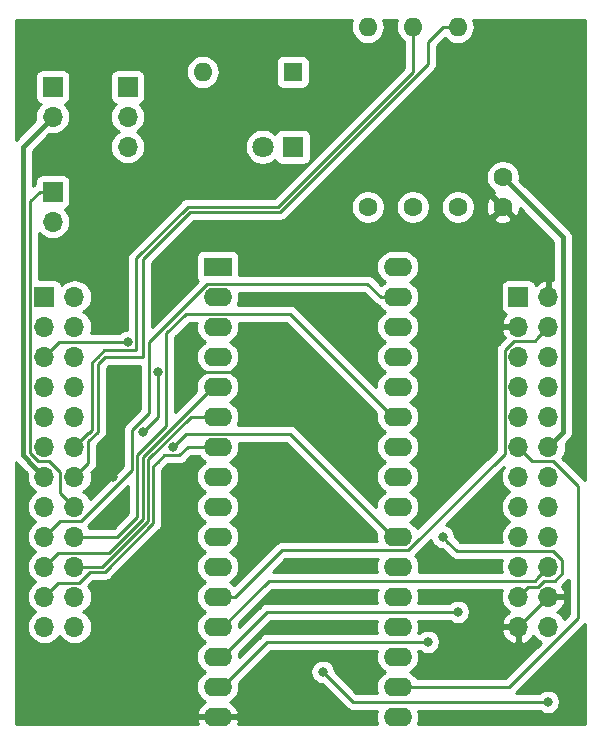
<source format=gbl>
G04 #@! TF.GenerationSoftware,KiCad,Pcbnew,(5.1.2)-1*
G04 #@! TF.CreationDate,2019-10-23T16:56:50-07:00*
G04 #@! TF.ProjectId,29Fx00-28Fx00,32394678-3030-42d3-9238-467830302e6b,rev?*
G04 #@! TF.SameCoordinates,Original*
G04 #@! TF.FileFunction,Copper,L2,Bot*
G04 #@! TF.FilePolarity,Positive*
%FSLAX46Y46*%
G04 Gerber Fmt 4.6, Leading zero omitted, Abs format (unit mm)*
G04 Created by KiCad (PCBNEW (5.1.2)-1) date 2019-10-23 16:56:50*
%MOMM*%
%LPD*%
G04 APERTURE LIST*
%ADD10O,1.700000X1.700000*%
%ADD11R,1.700000X1.700000*%
%ADD12O,2.400000X1.600000*%
%ADD13R,2.400000X1.600000*%
%ADD14O,1.600000X1.600000*%
%ADD15C,1.600000*%
%ADD16C,1.800000*%
%ADD17R,1.800000X1.800000*%
%ADD18R,1.600000X1.600000*%
%ADD19C,0.800000*%
%ADD20C,0.250000*%
%ADD21C,0.400000*%
%ADD22C,0.254000*%
G04 APERTURE END LIST*
D10*
X125790000Y-80010000D03*
X123250000Y-80010000D03*
X125790000Y-77470000D03*
X123250000Y-77470000D03*
X125790000Y-74930000D03*
X123250000Y-74930000D03*
X125790000Y-72390000D03*
X123250000Y-72390000D03*
X125790000Y-69850000D03*
X123250000Y-69850000D03*
X125790000Y-67310000D03*
X123250000Y-67310000D03*
X125790000Y-64770000D03*
X123250000Y-64770000D03*
X125790000Y-62230000D03*
X123250000Y-62230000D03*
X125790000Y-59690000D03*
X123250000Y-59690000D03*
X125790000Y-57150000D03*
X123250000Y-57150000D03*
X125790000Y-54610000D03*
X123250000Y-54610000D03*
X125790000Y-52070000D03*
D11*
X123250000Y-52070000D03*
D12*
X113030000Y-49530000D03*
X97790000Y-87630000D03*
X113030000Y-52070000D03*
X97790000Y-85090000D03*
X113030000Y-54610000D03*
X97790000Y-82550000D03*
X113030000Y-57150000D03*
X97790000Y-80010000D03*
X113030000Y-59690000D03*
X97790000Y-77470000D03*
X113030000Y-62230000D03*
X97790000Y-74930000D03*
X113030000Y-64770000D03*
X97790000Y-72390000D03*
X113030000Y-67310000D03*
X97790000Y-69850000D03*
X113030000Y-69850000D03*
X97790000Y-67310000D03*
X113030000Y-72390000D03*
X97790000Y-64770000D03*
X113030000Y-74930000D03*
X97790000Y-62230000D03*
X113030000Y-77470000D03*
X97790000Y-59690000D03*
X113030000Y-80010000D03*
X97790000Y-57150000D03*
X113030000Y-82550000D03*
X97790000Y-54610000D03*
X113030000Y-85090000D03*
X97790000Y-52070000D03*
X113030000Y-87630000D03*
D13*
X97790000Y-49530000D03*
D14*
X110490000Y-29210000D03*
D15*
X110490000Y-44450000D03*
D14*
X118110000Y-29210000D03*
D15*
X118110000Y-44450000D03*
D14*
X114300000Y-29210000D03*
D15*
X114300000Y-44450000D03*
D10*
X90170000Y-39370000D03*
X90170000Y-36830000D03*
D11*
X90170000Y-34290000D03*
D10*
X83820000Y-36830000D03*
D11*
X83820000Y-34290000D03*
D10*
X83820000Y-45720000D03*
D11*
X83820000Y-43180000D03*
D10*
X85650000Y-80010000D03*
X83110000Y-80010000D03*
X85650000Y-77470000D03*
X83110000Y-77470000D03*
X85650000Y-74930000D03*
X83110000Y-74930000D03*
X85650000Y-72390000D03*
X83110000Y-72390000D03*
X85650000Y-69850000D03*
X83110000Y-69850000D03*
X85650000Y-67310000D03*
X83110000Y-67310000D03*
X85650000Y-64770000D03*
X83110000Y-64770000D03*
X85650000Y-62230000D03*
X83110000Y-62230000D03*
X85650000Y-59690000D03*
X83110000Y-59690000D03*
X85650000Y-57150000D03*
X83110000Y-57150000D03*
X85650000Y-54610000D03*
X83110000Y-54610000D03*
X85650000Y-52070000D03*
D11*
X83110000Y-52070000D03*
D16*
X101600000Y-39370000D03*
D17*
X104140000Y-39370000D03*
D14*
X96520000Y-33020000D03*
D18*
X104140000Y-33020000D03*
D15*
X121920000Y-44450000D03*
X121920000Y-41950000D03*
D19*
X88900000Y-64770000D03*
X88900000Y-69850000D03*
X93980000Y-43180000D03*
X118110000Y-71120000D03*
X106680000Y-72390000D03*
X99060000Y-41910000D03*
X100330000Y-46990000D03*
X106680000Y-38100000D03*
X109220000Y-41910000D03*
X124460000Y-46990000D03*
X127000000Y-44450000D03*
X105410000Y-52070000D03*
X101600000Y-54610000D03*
X120650000Y-82550000D03*
X120650000Y-87630000D03*
X107950000Y-49530000D03*
X106680000Y-74930000D03*
X106680000Y-77470000D03*
X106680000Y-80010000D03*
X109220000Y-82550000D03*
X118110000Y-67310000D03*
X115570000Y-73660000D03*
X118110000Y-81280000D03*
X91440000Y-45720000D03*
X101600000Y-57150000D03*
X88900000Y-54610000D03*
X109220000Y-66040000D03*
X101600000Y-62230000D03*
X88900000Y-67310000D03*
X101600000Y-59690000D03*
X93980000Y-67310000D03*
X90170000Y-78740000D03*
X93980000Y-48260000D03*
X92710000Y-50800000D03*
X88900000Y-50800000D03*
X95250000Y-71120000D03*
X120650000Y-74930000D03*
X119380000Y-77470000D03*
X106680000Y-86360000D03*
X118110000Y-53340000D03*
X95250000Y-55880000D03*
X95250000Y-59690000D03*
X88900000Y-59690000D03*
X115570000Y-81280000D03*
X118110000Y-78740000D03*
X125730000Y-86360000D03*
X106680000Y-83820000D03*
X91440000Y-63500000D03*
X92710000Y-58420000D03*
X116840000Y-72390000D03*
X93980000Y-64770000D03*
X90170000Y-55880000D03*
D20*
X123250000Y-80010000D02*
X125790000Y-77470000D01*
X93980000Y-43180000D02*
X91440000Y-45720000D01*
X93980000Y-48260000D02*
X95250000Y-46990000D01*
X95250000Y-46990000D02*
X100330000Y-46990000D01*
X101600000Y-62230000D02*
X101600000Y-59690000D01*
X101600000Y-59690000D02*
X101600000Y-57150000D01*
X101600000Y-57150000D02*
X101600000Y-54610000D01*
X105410000Y-62230000D02*
X101600000Y-62230000D01*
X109220000Y-66040000D02*
X105410000Y-62230000D01*
X119380000Y-80010000D02*
X119380000Y-77470000D01*
X118110000Y-81280000D02*
X119380000Y-80010000D01*
X116840000Y-74930000D02*
X115570000Y-73660000D01*
X120650000Y-74930000D02*
X116840000Y-74930000D01*
X93980000Y-69850000D02*
X95250000Y-71120000D01*
X93980000Y-67310000D02*
X93980000Y-69850000D01*
X90170000Y-76200000D02*
X95250000Y-71120000D01*
X90170000Y-78740000D02*
X90170000Y-76200000D01*
X88900000Y-64770000D02*
X88900000Y-59690000D01*
X95250000Y-59690000D02*
X95250000Y-55880000D01*
X92710000Y-49530000D02*
X93980000Y-48260000D01*
X92710000Y-50800000D02*
X92710000Y-49530000D01*
X88900000Y-54610000D02*
X88900000Y-50800000D01*
X101200001Y-59290001D02*
X101600000Y-59690000D01*
X100330000Y-58420000D02*
X101200001Y-59290001D01*
X96520000Y-58420000D02*
X100330000Y-58420000D01*
X95250000Y-59690000D02*
X96520000Y-58420000D01*
X102870000Y-49530000D02*
X100330000Y-46990000D01*
X107950000Y-49530000D02*
X102870000Y-49530000D01*
X95250000Y-41910000D02*
X93980000Y-43180000D01*
X99060000Y-41910000D02*
X95250000Y-41910000D01*
X88900000Y-48260000D02*
X88900000Y-50800000D01*
X91440000Y-45720000D02*
X88900000Y-48260000D01*
X118110000Y-53340000D02*
X124460000Y-46990000D01*
X118110000Y-67310000D02*
X118110000Y-53340000D01*
X119380000Y-82550000D02*
X118110000Y-81280000D01*
X120650000Y-82550000D02*
X119380000Y-82550000D01*
X88900000Y-67310000D02*
X88900000Y-64770000D01*
D21*
X127000000Y-47030000D02*
X121920000Y-41950000D01*
X127040001Y-47070001D02*
X127000000Y-47030000D01*
X125790000Y-64770000D02*
X127040001Y-63519999D01*
X127040001Y-63519999D02*
X127040001Y-47070001D01*
D20*
X110454990Y-50944990D02*
X111580000Y-52070000D01*
X96924006Y-50944990D02*
X110454990Y-50944990D01*
X91984999Y-55883997D02*
X96924006Y-50944990D01*
X90539981Y-63327017D02*
X91984999Y-61881999D01*
X90539981Y-66699021D02*
X90539981Y-63327017D01*
X86214001Y-71025001D02*
X90539981Y-66699021D01*
X84474999Y-71025001D02*
X86214001Y-71025001D01*
X111580000Y-52070000D02*
X113030000Y-52070000D01*
X83110000Y-72390000D02*
X84474999Y-71025001D01*
X91984999Y-61881999D02*
X91984999Y-55883997D01*
X98190000Y-85090000D02*
X102000000Y-81280000D01*
X97790000Y-85090000D02*
X98190000Y-85090000D01*
X102000000Y-81280000D02*
X115570000Y-81280000D01*
X115570000Y-81280000D02*
X115570000Y-81280000D01*
X98190000Y-82550000D02*
X102000000Y-78740000D01*
X97790000Y-82550000D02*
X98190000Y-82550000D01*
X102000000Y-78740000D02*
X118110000Y-78740000D01*
X118110000Y-78740000D02*
X118110000Y-78740000D01*
X124940001Y-75779999D02*
X125790000Y-74930000D01*
X124614999Y-76105001D02*
X124940001Y-75779999D01*
X102094999Y-76105001D02*
X124614999Y-76105001D01*
X98190000Y-80010000D02*
X102094999Y-76105001D01*
X97790000Y-80010000D02*
X98190000Y-80010000D01*
X124940001Y-55459999D02*
X125790000Y-54610000D01*
X124614999Y-55785001D02*
X124940001Y-55459999D01*
X122875997Y-55785001D02*
X124614999Y-55785001D01*
X122074999Y-56585999D02*
X122875997Y-55785001D01*
X122074999Y-65336005D02*
X122074999Y-56585999D01*
X113895994Y-73515010D02*
X122074999Y-65336005D01*
X103194990Y-73515010D02*
X113895994Y-73515010D01*
X99240000Y-77470000D02*
X103194990Y-73515010D01*
X97790000Y-77470000D02*
X99240000Y-77470000D01*
X112630000Y-62230000D02*
X103884990Y-53484990D01*
X113030000Y-62230000D02*
X112630000Y-62230000D01*
X103884990Y-53484990D02*
X95105010Y-53484990D01*
X95105010Y-53484990D02*
X93435001Y-55154999D01*
X89292592Y-72390000D02*
X88900000Y-72390000D01*
X90989991Y-65453599D02*
X90989990Y-70692602D01*
X90989990Y-70692602D02*
X89292592Y-72390000D01*
X93435001Y-55154999D02*
X93435001Y-63008589D01*
X88900000Y-72390000D02*
X85650000Y-72390000D01*
X93435001Y-63008589D02*
X90989991Y-65453599D01*
X109220000Y-86360000D02*
X106680000Y-83820000D01*
X125730000Y-86360000D02*
X109220000Y-86360000D01*
X92710000Y-62230000D02*
X92710000Y-59690000D01*
X92710000Y-59690000D02*
X92710000Y-59690000D01*
X92710000Y-62230000D02*
X91440000Y-63500000D01*
X92710000Y-59690000D02*
X92710000Y-58420000D01*
X118015001Y-73565001D02*
X117239999Y-72789999D01*
X126164003Y-73565001D02*
X118015001Y-73565001D01*
X126965001Y-74365999D02*
X126164003Y-73565001D01*
X126354001Y-76105001D02*
X126965001Y-75494001D01*
X125415997Y-76105001D02*
X126354001Y-76105001D01*
X124900997Y-76620001D02*
X125415997Y-76105001D01*
X117239999Y-72789999D02*
X116840000Y-72390000D01*
X124099999Y-76620001D02*
X124900997Y-76620001D01*
X126965001Y-75494001D02*
X126965001Y-74365999D01*
X123250000Y-77470000D02*
X124099999Y-76620001D01*
X112630000Y-72390000D02*
X113030000Y-72390000D01*
X103884990Y-63644990D02*
X112630000Y-72390000D01*
X95105010Y-63644990D02*
X103884990Y-63644990D01*
X93980000Y-64770000D02*
X95105010Y-63644990D01*
X83110000Y-77470000D02*
X84285001Y-76294999D01*
X84285001Y-76294999D02*
X86024003Y-76294999D01*
X86024003Y-76294999D02*
X86938992Y-75380010D01*
X86938992Y-75380010D02*
X88211813Y-75380009D01*
X88211813Y-75380009D02*
X92340019Y-71251803D01*
X92340019Y-71251803D02*
X92340019Y-66409981D01*
X93254999Y-65495001D02*
X92710000Y-66040000D01*
X94524999Y-65495001D02*
X93254999Y-65495001D01*
X95250000Y-64770000D02*
X94524999Y-65495001D01*
X97790000Y-64770000D02*
X95250000Y-64770000D01*
X92340019Y-66409981D02*
X92710000Y-66040000D01*
X88025412Y-74930000D02*
X85650000Y-74930000D01*
X91890010Y-71065402D02*
X88025412Y-74930000D01*
X91890010Y-65826400D02*
X91890010Y-71065402D01*
X97790000Y-62230000D02*
X95486410Y-62230000D01*
X95486410Y-62230000D02*
X91890010Y-65826400D01*
X97390000Y-59690000D02*
X91440000Y-65640000D01*
X97790000Y-59690000D02*
X97390000Y-59690000D01*
X83959999Y-74080001D02*
X83110000Y-74930000D01*
X84285001Y-73754999D02*
X83959999Y-74080001D01*
X88564003Y-73754999D02*
X84285001Y-73754999D01*
X91440000Y-70879002D02*
X88564003Y-73754999D01*
X91440000Y-65640000D02*
X91440000Y-70879002D01*
X84380000Y-55880000D02*
X83110000Y-57150000D01*
X90170000Y-55880000D02*
X84380000Y-55880000D01*
X124099999Y-65619999D02*
X123250000Y-64770000D01*
X122449002Y-85090000D02*
X128270000Y-79269002D01*
X113030000Y-85090000D02*
X122449002Y-85090000D01*
X128270000Y-79269002D02*
X128270000Y-68050998D01*
X128270000Y-68050998D02*
X126164003Y-65945001D01*
X126164003Y-65945001D02*
X124425001Y-65945001D01*
X124425001Y-65945001D02*
X124099999Y-65619999D01*
X82720000Y-43180000D02*
X83820000Y-43180000D01*
X81934999Y-43965001D02*
X82720000Y-43180000D01*
X81934999Y-65334001D02*
X81934999Y-43965001D01*
X82545999Y-65945001D02*
X81934999Y-65334001D01*
X83484003Y-65945001D02*
X82545999Y-65945001D01*
X84474999Y-66935997D02*
X83484003Y-65945001D01*
X84474999Y-68674999D02*
X84474999Y-66935997D01*
X85650000Y-69850000D02*
X84474999Y-68674999D01*
X116840000Y-29210000D02*
X118110000Y-29210000D01*
X115570000Y-30480000D02*
X116840000Y-29210000D01*
X103056401Y-44900009D02*
X115570000Y-32386410D01*
X95436400Y-44900010D02*
X103056401Y-44900009D01*
X91440000Y-57150000D02*
X91440000Y-48896410D01*
X86825001Y-66134999D02*
X86825001Y-64304999D01*
X91440000Y-48896410D02*
X95436400Y-44900010D01*
X86825001Y-64304999D02*
X87630000Y-63500000D01*
X115570000Y-32386410D02*
X115570000Y-30480000D01*
X87630000Y-63500000D02*
X87630000Y-57786410D01*
X87630000Y-57786410D02*
X88266410Y-57150000D01*
X85650000Y-67310000D02*
X86825001Y-66134999D01*
X88266410Y-57150000D02*
X91440000Y-57150000D01*
D21*
X82260001Y-66460001D02*
X83110000Y-67310000D01*
X81280000Y-65480000D02*
X82260001Y-66460001D01*
X81280000Y-39370000D02*
X81280000Y-65480000D01*
X83820000Y-36830000D02*
X81280000Y-39370000D01*
D20*
X114300000Y-33020000D02*
X102870000Y-44450000D01*
X114300000Y-29210000D02*
X114300000Y-33020000D01*
X102870000Y-44450000D02*
X95250000Y-44450000D01*
X95250000Y-44450000D02*
X90895001Y-48804999D01*
X90895001Y-56605001D02*
X88174999Y-56605001D01*
X90895001Y-48804999D02*
X90895001Y-56605001D01*
X87179990Y-57600010D02*
X87630000Y-57150000D01*
X88174999Y-56605001D02*
X87630000Y-57150000D01*
X85650000Y-64770000D02*
X86825001Y-63594999D01*
X86825001Y-63594999D02*
X86898591Y-63594999D01*
X86898591Y-63594999D02*
X87179990Y-63313600D01*
X87179990Y-63313600D02*
X87179990Y-57600010D01*
D22*
G36*
X96191068Y-65571101D02*
G01*
X96370392Y-65789608D01*
X96588899Y-65968932D01*
X96721858Y-66040000D01*
X96588899Y-66111068D01*
X96370392Y-66290392D01*
X96191068Y-66508899D01*
X96057818Y-66758192D01*
X95975764Y-67028691D01*
X95948057Y-67310000D01*
X95975764Y-67591309D01*
X96057818Y-67861808D01*
X96191068Y-68111101D01*
X96370392Y-68329608D01*
X96588899Y-68508932D01*
X96721858Y-68580000D01*
X96588899Y-68651068D01*
X96370392Y-68830392D01*
X96191068Y-69048899D01*
X96057818Y-69298192D01*
X95975764Y-69568691D01*
X95948057Y-69850000D01*
X95975764Y-70131309D01*
X96057818Y-70401808D01*
X96191068Y-70651101D01*
X96370392Y-70869608D01*
X96588899Y-71048932D01*
X96721858Y-71120000D01*
X96588899Y-71191068D01*
X96370392Y-71370392D01*
X96191068Y-71588899D01*
X96057818Y-71838192D01*
X95975764Y-72108691D01*
X95948057Y-72390000D01*
X95975764Y-72671309D01*
X96057818Y-72941808D01*
X96191068Y-73191101D01*
X96370392Y-73409608D01*
X96588899Y-73588932D01*
X96721858Y-73660000D01*
X96588899Y-73731068D01*
X96370392Y-73910392D01*
X96191068Y-74128899D01*
X96057818Y-74378192D01*
X95975764Y-74648691D01*
X95948057Y-74930000D01*
X95975764Y-75211309D01*
X96057818Y-75481808D01*
X96191068Y-75731101D01*
X96370392Y-75949608D01*
X96588899Y-76128932D01*
X96721858Y-76200000D01*
X96588899Y-76271068D01*
X96370392Y-76450392D01*
X96191068Y-76668899D01*
X96057818Y-76918192D01*
X95975764Y-77188691D01*
X95948057Y-77470000D01*
X95975764Y-77751309D01*
X96057818Y-78021808D01*
X96191068Y-78271101D01*
X96370392Y-78489608D01*
X96588899Y-78668932D01*
X96721858Y-78740000D01*
X96588899Y-78811068D01*
X96370392Y-78990392D01*
X96191068Y-79208899D01*
X96057818Y-79458192D01*
X95975764Y-79728691D01*
X95948057Y-80010000D01*
X95975764Y-80291309D01*
X96057818Y-80561808D01*
X96191068Y-80811101D01*
X96370392Y-81029608D01*
X96588899Y-81208932D01*
X96721858Y-81280000D01*
X96588899Y-81351068D01*
X96370392Y-81530392D01*
X96191068Y-81748899D01*
X96057818Y-81998192D01*
X95975764Y-82268691D01*
X95948057Y-82550000D01*
X95975764Y-82831309D01*
X96057818Y-83101808D01*
X96191068Y-83351101D01*
X96370392Y-83569608D01*
X96588899Y-83748932D01*
X96721858Y-83820000D01*
X96588899Y-83891068D01*
X96370392Y-84070392D01*
X96191068Y-84288899D01*
X96057818Y-84538192D01*
X95975764Y-84808691D01*
X95948057Y-85090000D01*
X95975764Y-85371309D01*
X96057818Y-85641808D01*
X96191068Y-85891101D01*
X96370392Y-86109608D01*
X96588899Y-86288932D01*
X96716741Y-86357265D01*
X96487161Y-86507399D01*
X96285500Y-86705105D01*
X96126285Y-86938354D01*
X96015633Y-87198182D01*
X95998096Y-87280961D01*
X96120085Y-87503000D01*
X97663000Y-87503000D01*
X97663000Y-87483000D01*
X97917000Y-87483000D01*
X97917000Y-87503000D01*
X99459915Y-87503000D01*
X99581904Y-87280961D01*
X99564367Y-87198182D01*
X99453715Y-86938354D01*
X99294500Y-86705105D01*
X99092839Y-86507399D01*
X98863259Y-86357265D01*
X98991101Y-86288932D01*
X99209608Y-86109608D01*
X99388932Y-85891101D01*
X99522182Y-85641808D01*
X99604236Y-85371309D01*
X99631943Y-85090000D01*
X99604236Y-84808691D01*
X99590708Y-84764094D01*
X102314802Y-82040000D01*
X111285136Y-82040000D01*
X111215764Y-82268691D01*
X111188057Y-82550000D01*
X111215764Y-82831309D01*
X111297818Y-83101808D01*
X111431068Y-83351101D01*
X111610392Y-83569608D01*
X111828899Y-83748932D01*
X111961858Y-83820000D01*
X111828899Y-83891068D01*
X111610392Y-84070392D01*
X111431068Y-84288899D01*
X111297818Y-84538192D01*
X111215764Y-84808691D01*
X111188057Y-85090000D01*
X111215764Y-85371309D01*
X111285136Y-85600000D01*
X109534803Y-85600000D01*
X107715000Y-83780199D01*
X107715000Y-83718061D01*
X107675226Y-83518102D01*
X107597205Y-83329744D01*
X107483937Y-83160226D01*
X107339774Y-83016063D01*
X107170256Y-82902795D01*
X106981898Y-82824774D01*
X106781939Y-82785000D01*
X106578061Y-82785000D01*
X106378102Y-82824774D01*
X106189744Y-82902795D01*
X106020226Y-83016063D01*
X105876063Y-83160226D01*
X105762795Y-83329744D01*
X105684774Y-83518102D01*
X105645000Y-83718061D01*
X105645000Y-83921939D01*
X105684774Y-84121898D01*
X105762795Y-84310256D01*
X105876063Y-84479774D01*
X106020226Y-84623937D01*
X106189744Y-84737205D01*
X106378102Y-84815226D01*
X106578061Y-84855000D01*
X106640199Y-84855000D01*
X108656205Y-86871008D01*
X108679999Y-86900001D01*
X108708992Y-86923795D01*
X108708996Y-86923799D01*
X108726732Y-86938354D01*
X108795724Y-86994974D01*
X108927753Y-87065546D01*
X109071014Y-87109003D01*
X109182667Y-87120000D01*
X109182676Y-87120000D01*
X109219999Y-87123676D01*
X109257322Y-87120000D01*
X111285136Y-87120000D01*
X111215764Y-87348691D01*
X111188057Y-87630000D01*
X111215764Y-87911309D01*
X111297818Y-88181808D01*
X111315560Y-88215000D01*
X99499132Y-88215000D01*
X99564367Y-88061818D01*
X99581904Y-87979039D01*
X99459915Y-87757000D01*
X97917000Y-87757000D01*
X97917000Y-87777000D01*
X97663000Y-87777000D01*
X97663000Y-87757000D01*
X96120085Y-87757000D01*
X95998096Y-87979039D01*
X96015633Y-88061818D01*
X96080868Y-88215000D01*
X80695000Y-88215000D01*
X80695000Y-66080094D01*
X80718574Y-66099441D01*
X81645728Y-67026597D01*
X81617815Y-67310000D01*
X81646487Y-67601111D01*
X81731401Y-67881034D01*
X81869294Y-68139014D01*
X82054866Y-68365134D01*
X82280986Y-68550706D01*
X82335791Y-68580000D01*
X82280986Y-68609294D01*
X82054866Y-68794866D01*
X81869294Y-69020986D01*
X81731401Y-69278966D01*
X81646487Y-69558889D01*
X81617815Y-69850000D01*
X81646487Y-70141111D01*
X81731401Y-70421034D01*
X81869294Y-70679014D01*
X82054866Y-70905134D01*
X82280986Y-71090706D01*
X82335791Y-71120000D01*
X82280986Y-71149294D01*
X82054866Y-71334866D01*
X81869294Y-71560986D01*
X81731401Y-71818966D01*
X81646487Y-72098889D01*
X81617815Y-72390000D01*
X81646487Y-72681111D01*
X81731401Y-72961034D01*
X81869294Y-73219014D01*
X82054866Y-73445134D01*
X82280986Y-73630706D01*
X82335791Y-73660000D01*
X82280986Y-73689294D01*
X82054866Y-73874866D01*
X81869294Y-74100986D01*
X81731401Y-74358966D01*
X81646487Y-74638889D01*
X81617815Y-74930000D01*
X81646487Y-75221111D01*
X81731401Y-75501034D01*
X81869294Y-75759014D01*
X82054866Y-75985134D01*
X82280986Y-76170706D01*
X82335791Y-76200000D01*
X82280986Y-76229294D01*
X82054866Y-76414866D01*
X81869294Y-76640986D01*
X81731401Y-76898966D01*
X81646487Y-77178889D01*
X81617815Y-77470000D01*
X81646487Y-77761111D01*
X81731401Y-78041034D01*
X81869294Y-78299014D01*
X82054866Y-78525134D01*
X82280986Y-78710706D01*
X82335791Y-78740000D01*
X82280986Y-78769294D01*
X82054866Y-78954866D01*
X81869294Y-79180986D01*
X81731401Y-79438966D01*
X81646487Y-79718889D01*
X81617815Y-80010000D01*
X81646487Y-80301111D01*
X81731401Y-80581034D01*
X81869294Y-80839014D01*
X82054866Y-81065134D01*
X82280986Y-81250706D01*
X82538966Y-81388599D01*
X82818889Y-81473513D01*
X83037050Y-81495000D01*
X83182950Y-81495000D01*
X83401111Y-81473513D01*
X83681034Y-81388599D01*
X83939014Y-81250706D01*
X84165134Y-81065134D01*
X84350706Y-80839014D01*
X84380000Y-80784209D01*
X84409294Y-80839014D01*
X84594866Y-81065134D01*
X84820986Y-81250706D01*
X85078966Y-81388599D01*
X85358889Y-81473513D01*
X85577050Y-81495000D01*
X85722950Y-81495000D01*
X85941111Y-81473513D01*
X86221034Y-81388599D01*
X86479014Y-81250706D01*
X86705134Y-81065134D01*
X86890706Y-80839014D01*
X87028599Y-80581034D01*
X87113513Y-80301111D01*
X87142185Y-80010000D01*
X87113513Y-79718889D01*
X87028599Y-79438966D01*
X86890706Y-79180986D01*
X86705134Y-78954866D01*
X86479014Y-78769294D01*
X86424209Y-78740000D01*
X86479014Y-78710706D01*
X86705134Y-78525134D01*
X86890706Y-78299014D01*
X87028599Y-78041034D01*
X87113513Y-77761111D01*
X87142185Y-77470000D01*
X87113513Y-77178889D01*
X87028599Y-76898966D01*
X86890706Y-76640986D01*
X86828552Y-76565251D01*
X87253794Y-76140009D01*
X88174482Y-76140008D01*
X88211813Y-76143685D01*
X88271381Y-76137818D01*
X88360799Y-76129011D01*
X88426771Y-76108999D01*
X88504059Y-76085555D01*
X88636089Y-76014983D01*
X88722815Y-75943808D01*
X88722816Y-75943807D01*
X88751814Y-75920009D01*
X88775612Y-75891011D01*
X92851023Y-71815601D01*
X92880020Y-71791804D01*
X92910203Y-71755026D01*
X92974993Y-71676080D01*
X93045565Y-71544050D01*
X93048006Y-71536004D01*
X93089022Y-71400789D01*
X93100019Y-71289136D01*
X93100019Y-71289126D01*
X93103695Y-71251803D01*
X93100019Y-71214480D01*
X93100019Y-66724782D01*
X93273799Y-66551002D01*
X93569801Y-66255001D01*
X94487677Y-66255001D01*
X94524999Y-66258677D01*
X94562321Y-66255001D01*
X94562332Y-66255001D01*
X94673985Y-66244004D01*
X94817246Y-66200547D01*
X94949275Y-66129975D01*
X95065000Y-66035002D01*
X95088802Y-66005999D01*
X95564802Y-65530000D01*
X96169099Y-65530000D01*
X96191068Y-65571101D01*
X96191068Y-65571101D01*
G37*
X96191068Y-65571101D02*
X96370392Y-65789608D01*
X96588899Y-65968932D01*
X96721858Y-66040000D01*
X96588899Y-66111068D01*
X96370392Y-66290392D01*
X96191068Y-66508899D01*
X96057818Y-66758192D01*
X95975764Y-67028691D01*
X95948057Y-67310000D01*
X95975764Y-67591309D01*
X96057818Y-67861808D01*
X96191068Y-68111101D01*
X96370392Y-68329608D01*
X96588899Y-68508932D01*
X96721858Y-68580000D01*
X96588899Y-68651068D01*
X96370392Y-68830392D01*
X96191068Y-69048899D01*
X96057818Y-69298192D01*
X95975764Y-69568691D01*
X95948057Y-69850000D01*
X95975764Y-70131309D01*
X96057818Y-70401808D01*
X96191068Y-70651101D01*
X96370392Y-70869608D01*
X96588899Y-71048932D01*
X96721858Y-71120000D01*
X96588899Y-71191068D01*
X96370392Y-71370392D01*
X96191068Y-71588899D01*
X96057818Y-71838192D01*
X95975764Y-72108691D01*
X95948057Y-72390000D01*
X95975764Y-72671309D01*
X96057818Y-72941808D01*
X96191068Y-73191101D01*
X96370392Y-73409608D01*
X96588899Y-73588932D01*
X96721858Y-73660000D01*
X96588899Y-73731068D01*
X96370392Y-73910392D01*
X96191068Y-74128899D01*
X96057818Y-74378192D01*
X95975764Y-74648691D01*
X95948057Y-74930000D01*
X95975764Y-75211309D01*
X96057818Y-75481808D01*
X96191068Y-75731101D01*
X96370392Y-75949608D01*
X96588899Y-76128932D01*
X96721858Y-76200000D01*
X96588899Y-76271068D01*
X96370392Y-76450392D01*
X96191068Y-76668899D01*
X96057818Y-76918192D01*
X95975764Y-77188691D01*
X95948057Y-77470000D01*
X95975764Y-77751309D01*
X96057818Y-78021808D01*
X96191068Y-78271101D01*
X96370392Y-78489608D01*
X96588899Y-78668932D01*
X96721858Y-78740000D01*
X96588899Y-78811068D01*
X96370392Y-78990392D01*
X96191068Y-79208899D01*
X96057818Y-79458192D01*
X95975764Y-79728691D01*
X95948057Y-80010000D01*
X95975764Y-80291309D01*
X96057818Y-80561808D01*
X96191068Y-80811101D01*
X96370392Y-81029608D01*
X96588899Y-81208932D01*
X96721858Y-81280000D01*
X96588899Y-81351068D01*
X96370392Y-81530392D01*
X96191068Y-81748899D01*
X96057818Y-81998192D01*
X95975764Y-82268691D01*
X95948057Y-82550000D01*
X95975764Y-82831309D01*
X96057818Y-83101808D01*
X96191068Y-83351101D01*
X96370392Y-83569608D01*
X96588899Y-83748932D01*
X96721858Y-83820000D01*
X96588899Y-83891068D01*
X96370392Y-84070392D01*
X96191068Y-84288899D01*
X96057818Y-84538192D01*
X95975764Y-84808691D01*
X95948057Y-85090000D01*
X95975764Y-85371309D01*
X96057818Y-85641808D01*
X96191068Y-85891101D01*
X96370392Y-86109608D01*
X96588899Y-86288932D01*
X96716741Y-86357265D01*
X96487161Y-86507399D01*
X96285500Y-86705105D01*
X96126285Y-86938354D01*
X96015633Y-87198182D01*
X95998096Y-87280961D01*
X96120085Y-87503000D01*
X97663000Y-87503000D01*
X97663000Y-87483000D01*
X97917000Y-87483000D01*
X97917000Y-87503000D01*
X99459915Y-87503000D01*
X99581904Y-87280961D01*
X99564367Y-87198182D01*
X99453715Y-86938354D01*
X99294500Y-86705105D01*
X99092839Y-86507399D01*
X98863259Y-86357265D01*
X98991101Y-86288932D01*
X99209608Y-86109608D01*
X99388932Y-85891101D01*
X99522182Y-85641808D01*
X99604236Y-85371309D01*
X99631943Y-85090000D01*
X99604236Y-84808691D01*
X99590708Y-84764094D01*
X102314802Y-82040000D01*
X111285136Y-82040000D01*
X111215764Y-82268691D01*
X111188057Y-82550000D01*
X111215764Y-82831309D01*
X111297818Y-83101808D01*
X111431068Y-83351101D01*
X111610392Y-83569608D01*
X111828899Y-83748932D01*
X111961858Y-83820000D01*
X111828899Y-83891068D01*
X111610392Y-84070392D01*
X111431068Y-84288899D01*
X111297818Y-84538192D01*
X111215764Y-84808691D01*
X111188057Y-85090000D01*
X111215764Y-85371309D01*
X111285136Y-85600000D01*
X109534803Y-85600000D01*
X107715000Y-83780199D01*
X107715000Y-83718061D01*
X107675226Y-83518102D01*
X107597205Y-83329744D01*
X107483937Y-83160226D01*
X107339774Y-83016063D01*
X107170256Y-82902795D01*
X106981898Y-82824774D01*
X106781939Y-82785000D01*
X106578061Y-82785000D01*
X106378102Y-82824774D01*
X106189744Y-82902795D01*
X106020226Y-83016063D01*
X105876063Y-83160226D01*
X105762795Y-83329744D01*
X105684774Y-83518102D01*
X105645000Y-83718061D01*
X105645000Y-83921939D01*
X105684774Y-84121898D01*
X105762795Y-84310256D01*
X105876063Y-84479774D01*
X106020226Y-84623937D01*
X106189744Y-84737205D01*
X106378102Y-84815226D01*
X106578061Y-84855000D01*
X106640199Y-84855000D01*
X108656205Y-86871008D01*
X108679999Y-86900001D01*
X108708992Y-86923795D01*
X108708996Y-86923799D01*
X108726732Y-86938354D01*
X108795724Y-86994974D01*
X108927753Y-87065546D01*
X109071014Y-87109003D01*
X109182667Y-87120000D01*
X109182676Y-87120000D01*
X109219999Y-87123676D01*
X109257322Y-87120000D01*
X111285136Y-87120000D01*
X111215764Y-87348691D01*
X111188057Y-87630000D01*
X111215764Y-87911309D01*
X111297818Y-88181808D01*
X111315560Y-88215000D01*
X99499132Y-88215000D01*
X99564367Y-88061818D01*
X99581904Y-87979039D01*
X99459915Y-87757000D01*
X97917000Y-87757000D01*
X97917000Y-87777000D01*
X97663000Y-87777000D01*
X97663000Y-87757000D01*
X96120085Y-87757000D01*
X95998096Y-87979039D01*
X96015633Y-88061818D01*
X96080868Y-88215000D01*
X80695000Y-88215000D01*
X80695000Y-66080094D01*
X80718574Y-66099441D01*
X81645728Y-67026597D01*
X81617815Y-67310000D01*
X81646487Y-67601111D01*
X81731401Y-67881034D01*
X81869294Y-68139014D01*
X82054866Y-68365134D01*
X82280986Y-68550706D01*
X82335791Y-68580000D01*
X82280986Y-68609294D01*
X82054866Y-68794866D01*
X81869294Y-69020986D01*
X81731401Y-69278966D01*
X81646487Y-69558889D01*
X81617815Y-69850000D01*
X81646487Y-70141111D01*
X81731401Y-70421034D01*
X81869294Y-70679014D01*
X82054866Y-70905134D01*
X82280986Y-71090706D01*
X82335791Y-71120000D01*
X82280986Y-71149294D01*
X82054866Y-71334866D01*
X81869294Y-71560986D01*
X81731401Y-71818966D01*
X81646487Y-72098889D01*
X81617815Y-72390000D01*
X81646487Y-72681111D01*
X81731401Y-72961034D01*
X81869294Y-73219014D01*
X82054866Y-73445134D01*
X82280986Y-73630706D01*
X82335791Y-73660000D01*
X82280986Y-73689294D01*
X82054866Y-73874866D01*
X81869294Y-74100986D01*
X81731401Y-74358966D01*
X81646487Y-74638889D01*
X81617815Y-74930000D01*
X81646487Y-75221111D01*
X81731401Y-75501034D01*
X81869294Y-75759014D01*
X82054866Y-75985134D01*
X82280986Y-76170706D01*
X82335791Y-76200000D01*
X82280986Y-76229294D01*
X82054866Y-76414866D01*
X81869294Y-76640986D01*
X81731401Y-76898966D01*
X81646487Y-77178889D01*
X81617815Y-77470000D01*
X81646487Y-77761111D01*
X81731401Y-78041034D01*
X81869294Y-78299014D01*
X82054866Y-78525134D01*
X82280986Y-78710706D01*
X82335791Y-78740000D01*
X82280986Y-78769294D01*
X82054866Y-78954866D01*
X81869294Y-79180986D01*
X81731401Y-79438966D01*
X81646487Y-79718889D01*
X81617815Y-80010000D01*
X81646487Y-80301111D01*
X81731401Y-80581034D01*
X81869294Y-80839014D01*
X82054866Y-81065134D01*
X82280986Y-81250706D01*
X82538966Y-81388599D01*
X82818889Y-81473513D01*
X83037050Y-81495000D01*
X83182950Y-81495000D01*
X83401111Y-81473513D01*
X83681034Y-81388599D01*
X83939014Y-81250706D01*
X84165134Y-81065134D01*
X84350706Y-80839014D01*
X84380000Y-80784209D01*
X84409294Y-80839014D01*
X84594866Y-81065134D01*
X84820986Y-81250706D01*
X85078966Y-81388599D01*
X85358889Y-81473513D01*
X85577050Y-81495000D01*
X85722950Y-81495000D01*
X85941111Y-81473513D01*
X86221034Y-81388599D01*
X86479014Y-81250706D01*
X86705134Y-81065134D01*
X86890706Y-80839014D01*
X87028599Y-80581034D01*
X87113513Y-80301111D01*
X87142185Y-80010000D01*
X87113513Y-79718889D01*
X87028599Y-79438966D01*
X86890706Y-79180986D01*
X86705134Y-78954866D01*
X86479014Y-78769294D01*
X86424209Y-78740000D01*
X86479014Y-78710706D01*
X86705134Y-78525134D01*
X86890706Y-78299014D01*
X87028599Y-78041034D01*
X87113513Y-77761111D01*
X87142185Y-77470000D01*
X87113513Y-77178889D01*
X87028599Y-76898966D01*
X86890706Y-76640986D01*
X86828552Y-76565251D01*
X87253794Y-76140009D01*
X88174482Y-76140008D01*
X88211813Y-76143685D01*
X88271381Y-76137818D01*
X88360799Y-76129011D01*
X88426771Y-76108999D01*
X88504059Y-76085555D01*
X88636089Y-76014983D01*
X88722815Y-75943808D01*
X88722816Y-75943807D01*
X88751814Y-75920009D01*
X88775612Y-75891011D01*
X92851023Y-71815601D01*
X92880020Y-71791804D01*
X92910203Y-71755026D01*
X92974993Y-71676080D01*
X93045565Y-71544050D01*
X93048006Y-71536004D01*
X93089022Y-71400789D01*
X93100019Y-71289136D01*
X93100019Y-71289126D01*
X93103695Y-71251803D01*
X93100019Y-71214480D01*
X93100019Y-66724782D01*
X93273799Y-66551002D01*
X93569801Y-66255001D01*
X94487677Y-66255001D01*
X94524999Y-66258677D01*
X94562321Y-66255001D01*
X94562332Y-66255001D01*
X94673985Y-66244004D01*
X94817246Y-66200547D01*
X94949275Y-66129975D01*
X95065000Y-66035002D01*
X95088802Y-66005999D01*
X95564802Y-65530000D01*
X96169099Y-65530000D01*
X96191068Y-65571101D01*
G36*
X128855001Y-88215000D02*
G01*
X114744440Y-88215000D01*
X114762182Y-88181808D01*
X114844236Y-87911309D01*
X114871943Y-87630000D01*
X114844236Y-87348691D01*
X114774864Y-87120000D01*
X125026289Y-87120000D01*
X125070226Y-87163937D01*
X125239744Y-87277205D01*
X125428102Y-87355226D01*
X125628061Y-87395000D01*
X125831939Y-87395000D01*
X126031898Y-87355226D01*
X126220256Y-87277205D01*
X126389774Y-87163937D01*
X126533937Y-87019774D01*
X126647205Y-86850256D01*
X126725226Y-86661898D01*
X126765000Y-86461939D01*
X126765000Y-86258061D01*
X126725226Y-86058102D01*
X126647205Y-85869744D01*
X126533937Y-85700226D01*
X126389774Y-85556063D01*
X126220256Y-85442795D01*
X126031898Y-85364774D01*
X125831939Y-85325000D01*
X125628061Y-85325000D01*
X125428102Y-85364774D01*
X125239744Y-85442795D01*
X125070226Y-85556063D01*
X125026289Y-85600000D01*
X123013803Y-85600000D01*
X128781004Y-79832800D01*
X128810001Y-79809003D01*
X128855001Y-79754170D01*
X128855001Y-88215000D01*
X128855001Y-88215000D01*
G37*
X128855001Y-88215000D02*
X114744440Y-88215000D01*
X114762182Y-88181808D01*
X114844236Y-87911309D01*
X114871943Y-87630000D01*
X114844236Y-87348691D01*
X114774864Y-87120000D01*
X125026289Y-87120000D01*
X125070226Y-87163937D01*
X125239744Y-87277205D01*
X125428102Y-87355226D01*
X125628061Y-87395000D01*
X125831939Y-87395000D01*
X126031898Y-87355226D01*
X126220256Y-87277205D01*
X126389774Y-87163937D01*
X126533937Y-87019774D01*
X126647205Y-86850256D01*
X126725226Y-86661898D01*
X126765000Y-86461939D01*
X126765000Y-86258061D01*
X126725226Y-86058102D01*
X126647205Y-85869744D01*
X126533937Y-85700226D01*
X126389774Y-85556063D01*
X126220256Y-85442795D01*
X126031898Y-85364774D01*
X125831939Y-85325000D01*
X125628061Y-85325000D01*
X125428102Y-85364774D01*
X125239744Y-85442795D01*
X125070226Y-85556063D01*
X125026289Y-85600000D01*
X123013803Y-85600000D01*
X128781004Y-79832800D01*
X128810001Y-79809003D01*
X128855001Y-79754170D01*
X128855001Y-88215000D01*
G36*
X121871401Y-76898966D02*
G01*
X121786487Y-77178889D01*
X121757815Y-77470000D01*
X121786487Y-77761111D01*
X121871401Y-78041034D01*
X122009294Y-78299014D01*
X122194866Y-78525134D01*
X122420986Y-78710706D01*
X122485523Y-78745201D01*
X122368645Y-78814822D01*
X122152412Y-79009731D01*
X121978359Y-79243080D01*
X121853175Y-79505901D01*
X121808524Y-79653110D01*
X121929845Y-79883000D01*
X123123000Y-79883000D01*
X123123000Y-79863000D01*
X123377000Y-79863000D01*
X123377000Y-79883000D01*
X123397000Y-79883000D01*
X123397000Y-80137000D01*
X123377000Y-80137000D01*
X123377000Y-81330814D01*
X123606891Y-81451481D01*
X123881252Y-81354157D01*
X124131355Y-81205178D01*
X124347588Y-81010269D01*
X124518416Y-80781244D01*
X124549294Y-80839014D01*
X124734866Y-81065134D01*
X124960986Y-81250706D01*
X125125539Y-81338661D01*
X122134201Y-84330000D01*
X114650901Y-84330000D01*
X114628932Y-84288899D01*
X114449608Y-84070392D01*
X114231101Y-83891068D01*
X114098142Y-83820000D01*
X114231101Y-83748932D01*
X114449608Y-83569608D01*
X114628932Y-83351101D01*
X114762182Y-83101808D01*
X114844236Y-82831309D01*
X114871943Y-82550000D01*
X114844236Y-82268691D01*
X114774864Y-82040000D01*
X114866289Y-82040000D01*
X114910226Y-82083937D01*
X115079744Y-82197205D01*
X115268102Y-82275226D01*
X115468061Y-82315000D01*
X115671939Y-82315000D01*
X115871898Y-82275226D01*
X116060256Y-82197205D01*
X116229774Y-82083937D01*
X116373937Y-81939774D01*
X116487205Y-81770256D01*
X116565226Y-81581898D01*
X116605000Y-81381939D01*
X116605000Y-81178061D01*
X116565226Y-80978102D01*
X116487205Y-80789744D01*
X116373937Y-80620226D01*
X116229774Y-80476063D01*
X116066385Y-80366890D01*
X121808524Y-80366890D01*
X121853175Y-80514099D01*
X121978359Y-80776920D01*
X122152412Y-81010269D01*
X122368645Y-81205178D01*
X122618748Y-81354157D01*
X122893109Y-81451481D01*
X123123000Y-81330814D01*
X123123000Y-80137000D01*
X121929845Y-80137000D01*
X121808524Y-80366890D01*
X116066385Y-80366890D01*
X116060256Y-80362795D01*
X115871898Y-80284774D01*
X115671939Y-80245000D01*
X115468061Y-80245000D01*
X115268102Y-80284774D01*
X115079744Y-80362795D01*
X114910226Y-80476063D01*
X114866289Y-80520000D01*
X114774864Y-80520000D01*
X114844236Y-80291309D01*
X114871943Y-80010000D01*
X114844236Y-79728691D01*
X114774864Y-79500000D01*
X117406289Y-79500000D01*
X117450226Y-79543937D01*
X117619744Y-79657205D01*
X117808102Y-79735226D01*
X118008061Y-79775000D01*
X118211939Y-79775000D01*
X118411898Y-79735226D01*
X118600256Y-79657205D01*
X118769774Y-79543937D01*
X118913937Y-79399774D01*
X119027205Y-79230256D01*
X119105226Y-79041898D01*
X119145000Y-78841939D01*
X119145000Y-78638061D01*
X119105226Y-78438102D01*
X119027205Y-78249744D01*
X118913937Y-78080226D01*
X118769774Y-77936063D01*
X118600256Y-77822795D01*
X118411898Y-77744774D01*
X118211939Y-77705000D01*
X118008061Y-77705000D01*
X117808102Y-77744774D01*
X117619744Y-77822795D01*
X117450226Y-77936063D01*
X117406289Y-77980000D01*
X114774864Y-77980000D01*
X114844236Y-77751309D01*
X114871943Y-77470000D01*
X114844236Y-77188691D01*
X114762182Y-76918192D01*
X114733751Y-76865001D01*
X121889556Y-76865001D01*
X121871401Y-76898966D01*
X121871401Y-76898966D01*
G37*
X121871401Y-76898966D02*
X121786487Y-77178889D01*
X121757815Y-77470000D01*
X121786487Y-77761111D01*
X121871401Y-78041034D01*
X122009294Y-78299014D01*
X122194866Y-78525134D01*
X122420986Y-78710706D01*
X122485523Y-78745201D01*
X122368645Y-78814822D01*
X122152412Y-79009731D01*
X121978359Y-79243080D01*
X121853175Y-79505901D01*
X121808524Y-79653110D01*
X121929845Y-79883000D01*
X123123000Y-79883000D01*
X123123000Y-79863000D01*
X123377000Y-79863000D01*
X123377000Y-79883000D01*
X123397000Y-79883000D01*
X123397000Y-80137000D01*
X123377000Y-80137000D01*
X123377000Y-81330814D01*
X123606891Y-81451481D01*
X123881252Y-81354157D01*
X124131355Y-81205178D01*
X124347588Y-81010269D01*
X124518416Y-80781244D01*
X124549294Y-80839014D01*
X124734866Y-81065134D01*
X124960986Y-81250706D01*
X125125539Y-81338661D01*
X122134201Y-84330000D01*
X114650901Y-84330000D01*
X114628932Y-84288899D01*
X114449608Y-84070392D01*
X114231101Y-83891068D01*
X114098142Y-83820000D01*
X114231101Y-83748932D01*
X114449608Y-83569608D01*
X114628932Y-83351101D01*
X114762182Y-83101808D01*
X114844236Y-82831309D01*
X114871943Y-82550000D01*
X114844236Y-82268691D01*
X114774864Y-82040000D01*
X114866289Y-82040000D01*
X114910226Y-82083937D01*
X115079744Y-82197205D01*
X115268102Y-82275226D01*
X115468061Y-82315000D01*
X115671939Y-82315000D01*
X115871898Y-82275226D01*
X116060256Y-82197205D01*
X116229774Y-82083937D01*
X116373937Y-81939774D01*
X116487205Y-81770256D01*
X116565226Y-81581898D01*
X116605000Y-81381939D01*
X116605000Y-81178061D01*
X116565226Y-80978102D01*
X116487205Y-80789744D01*
X116373937Y-80620226D01*
X116229774Y-80476063D01*
X116066385Y-80366890D01*
X121808524Y-80366890D01*
X121853175Y-80514099D01*
X121978359Y-80776920D01*
X122152412Y-81010269D01*
X122368645Y-81205178D01*
X122618748Y-81354157D01*
X122893109Y-81451481D01*
X123123000Y-81330814D01*
X123123000Y-80137000D01*
X121929845Y-80137000D01*
X121808524Y-80366890D01*
X116066385Y-80366890D01*
X116060256Y-80362795D01*
X115871898Y-80284774D01*
X115671939Y-80245000D01*
X115468061Y-80245000D01*
X115268102Y-80284774D01*
X115079744Y-80362795D01*
X114910226Y-80476063D01*
X114866289Y-80520000D01*
X114774864Y-80520000D01*
X114844236Y-80291309D01*
X114871943Y-80010000D01*
X114844236Y-79728691D01*
X114774864Y-79500000D01*
X117406289Y-79500000D01*
X117450226Y-79543937D01*
X117619744Y-79657205D01*
X117808102Y-79735226D01*
X118008061Y-79775000D01*
X118211939Y-79775000D01*
X118411898Y-79735226D01*
X118600256Y-79657205D01*
X118769774Y-79543937D01*
X118913937Y-79399774D01*
X119027205Y-79230256D01*
X119105226Y-79041898D01*
X119145000Y-78841939D01*
X119145000Y-78638061D01*
X119105226Y-78438102D01*
X119027205Y-78249744D01*
X118913937Y-78080226D01*
X118769774Y-77936063D01*
X118600256Y-77822795D01*
X118411898Y-77744774D01*
X118211939Y-77705000D01*
X118008061Y-77705000D01*
X117808102Y-77744774D01*
X117619744Y-77822795D01*
X117450226Y-77936063D01*
X117406289Y-77980000D01*
X114774864Y-77980000D01*
X114844236Y-77751309D01*
X114871943Y-77470000D01*
X114844236Y-77188691D01*
X114762182Y-76918192D01*
X114733751Y-76865001D01*
X121889556Y-76865001D01*
X121871401Y-76898966D01*
G36*
X111215764Y-79728691D02*
G01*
X111188057Y-80010000D01*
X111215764Y-80291309D01*
X111285136Y-80520000D01*
X102037325Y-80520000D01*
X102000000Y-80516324D01*
X101962675Y-80520000D01*
X101962667Y-80520000D01*
X101851014Y-80530997D01*
X101707753Y-80574454D01*
X101575724Y-80645026D01*
X101459999Y-80739999D01*
X101436201Y-80768997D01*
X99629402Y-82575796D01*
X99631943Y-82550000D01*
X99604236Y-82268691D01*
X99590708Y-82224094D01*
X102314802Y-79500000D01*
X111285136Y-79500000D01*
X111215764Y-79728691D01*
X111215764Y-79728691D01*
G37*
X111215764Y-79728691D02*
X111188057Y-80010000D01*
X111215764Y-80291309D01*
X111285136Y-80520000D01*
X102037325Y-80520000D01*
X102000000Y-80516324D01*
X101962675Y-80520000D01*
X101962667Y-80520000D01*
X101851014Y-80530997D01*
X101707753Y-80574454D01*
X101575724Y-80645026D01*
X101459999Y-80739999D01*
X101436201Y-80768997D01*
X99629402Y-82575796D01*
X99631943Y-82550000D01*
X99604236Y-82268691D01*
X99590708Y-82224094D01*
X102314802Y-79500000D01*
X111285136Y-79500000D01*
X111215764Y-79728691D01*
G36*
X111297818Y-76918192D02*
G01*
X111215764Y-77188691D01*
X111188057Y-77470000D01*
X111215764Y-77751309D01*
X111285136Y-77980000D01*
X102037325Y-77980000D01*
X102000000Y-77976324D01*
X101962675Y-77980000D01*
X101962667Y-77980000D01*
X101851014Y-77990997D01*
X101707753Y-78034454D01*
X101575724Y-78105026D01*
X101459999Y-78199999D01*
X101436201Y-78228997D01*
X99629402Y-80035796D01*
X99631943Y-80010000D01*
X99604236Y-79728691D01*
X99590708Y-79684094D01*
X102409801Y-76865001D01*
X111326249Y-76865001D01*
X111297818Y-76918192D01*
X111297818Y-76918192D01*
G37*
X111297818Y-76918192D02*
X111215764Y-77188691D01*
X111188057Y-77470000D01*
X111215764Y-77751309D01*
X111285136Y-77980000D01*
X102037325Y-77980000D01*
X102000000Y-77976324D01*
X101962675Y-77980000D01*
X101962667Y-77980000D01*
X101851014Y-77990997D01*
X101707753Y-78034454D01*
X101575724Y-78105026D01*
X101459999Y-78199999D01*
X101436201Y-78228997D01*
X99629402Y-80035796D01*
X99631943Y-80010000D01*
X99604236Y-79728691D01*
X99590708Y-79684094D01*
X102409801Y-76865001D01*
X111326249Y-76865001D01*
X111297818Y-76918192D01*
G36*
X127510000Y-78954200D02*
G01*
X127118661Y-79345539D01*
X127030706Y-79180986D01*
X126845134Y-78954866D01*
X126619014Y-78769294D01*
X126554477Y-78734799D01*
X126671355Y-78665178D01*
X126887588Y-78470269D01*
X127061641Y-78236920D01*
X127186825Y-77974099D01*
X127231476Y-77826890D01*
X127110155Y-77597000D01*
X125917000Y-77597000D01*
X125917000Y-77617000D01*
X125663000Y-77617000D01*
X125663000Y-77597000D01*
X125643000Y-77597000D01*
X125643000Y-77343000D01*
X125663000Y-77343000D01*
X125663000Y-77323000D01*
X125917000Y-77323000D01*
X125917000Y-77343000D01*
X127110155Y-77343000D01*
X127231476Y-77113110D01*
X127186825Y-76965901D01*
X127061641Y-76703080D01*
X126962987Y-76570816D01*
X127476010Y-76057795D01*
X127505002Y-76034002D01*
X127510000Y-76027912D01*
X127510000Y-78954200D01*
X127510000Y-78954200D01*
G37*
X127510000Y-78954200D02*
X127118661Y-79345539D01*
X127030706Y-79180986D01*
X126845134Y-78954866D01*
X126619014Y-78769294D01*
X126554477Y-78734799D01*
X126671355Y-78665178D01*
X126887588Y-78470269D01*
X127061641Y-78236920D01*
X127186825Y-77974099D01*
X127231476Y-77826890D01*
X127110155Y-77597000D01*
X125917000Y-77597000D01*
X125917000Y-77617000D01*
X125663000Y-77617000D01*
X125663000Y-77597000D01*
X125643000Y-77597000D01*
X125643000Y-77343000D01*
X125663000Y-77343000D01*
X125663000Y-77323000D01*
X125917000Y-77323000D01*
X125917000Y-77343000D01*
X127110155Y-77343000D01*
X127231476Y-77113110D01*
X127186825Y-76965901D01*
X127061641Y-76703080D01*
X126962987Y-76570816D01*
X127476010Y-76057795D01*
X127505002Y-76034002D01*
X127510000Y-76027912D01*
X127510000Y-78954200D01*
G36*
X111229292Y-72064094D02*
G01*
X111215764Y-72108691D01*
X111188057Y-72390000D01*
X111215764Y-72671309D01*
X111241154Y-72755010D01*
X103232312Y-72755010D01*
X103194989Y-72751334D01*
X103157666Y-72755010D01*
X103157657Y-72755010D01*
X103046004Y-72766007D01*
X102902743Y-72809464D01*
X102770714Y-72880036D01*
X102770712Y-72880037D01*
X102770713Y-72880037D01*
X102683986Y-72951211D01*
X102683982Y-72951215D01*
X102654989Y-72975009D01*
X102631195Y-73004002D01*
X99195986Y-76439213D01*
X98991101Y-76271068D01*
X98858142Y-76200000D01*
X98991101Y-76128932D01*
X99209608Y-75949608D01*
X99388932Y-75731101D01*
X99522182Y-75481808D01*
X99604236Y-75211309D01*
X99631943Y-74930000D01*
X99604236Y-74648691D01*
X99522182Y-74378192D01*
X99388932Y-74128899D01*
X99209608Y-73910392D01*
X98991101Y-73731068D01*
X98858142Y-73660000D01*
X98991101Y-73588932D01*
X99209608Y-73409608D01*
X99388932Y-73191101D01*
X99522182Y-72941808D01*
X99604236Y-72671309D01*
X99631943Y-72390000D01*
X99604236Y-72108691D01*
X99522182Y-71838192D01*
X99388932Y-71588899D01*
X99209608Y-71370392D01*
X98991101Y-71191068D01*
X98858142Y-71120000D01*
X98991101Y-71048932D01*
X99209608Y-70869608D01*
X99388932Y-70651101D01*
X99522182Y-70401808D01*
X99604236Y-70131309D01*
X99631943Y-69850000D01*
X99604236Y-69568691D01*
X99522182Y-69298192D01*
X99388932Y-69048899D01*
X99209608Y-68830392D01*
X98991101Y-68651068D01*
X98858142Y-68580000D01*
X98991101Y-68508932D01*
X99209608Y-68329608D01*
X99388932Y-68111101D01*
X99522182Y-67861808D01*
X99604236Y-67591309D01*
X99631943Y-67310000D01*
X99604236Y-67028691D01*
X99522182Y-66758192D01*
X99388932Y-66508899D01*
X99209608Y-66290392D01*
X98991101Y-66111068D01*
X98858142Y-66040000D01*
X98991101Y-65968932D01*
X99209608Y-65789608D01*
X99388932Y-65571101D01*
X99522182Y-65321808D01*
X99604236Y-65051309D01*
X99631943Y-64770000D01*
X99604236Y-64488691D01*
X99578846Y-64404990D01*
X103570189Y-64404990D01*
X111229292Y-72064094D01*
X111229292Y-72064094D01*
G37*
X111229292Y-72064094D02*
X111215764Y-72108691D01*
X111188057Y-72390000D01*
X111215764Y-72671309D01*
X111241154Y-72755010D01*
X103232312Y-72755010D01*
X103194989Y-72751334D01*
X103157666Y-72755010D01*
X103157657Y-72755010D01*
X103046004Y-72766007D01*
X102902743Y-72809464D01*
X102770714Y-72880036D01*
X102770712Y-72880037D01*
X102770713Y-72880037D01*
X102683986Y-72951211D01*
X102683982Y-72951215D01*
X102654989Y-72975009D01*
X102631195Y-73004002D01*
X99195986Y-76439213D01*
X98991101Y-76271068D01*
X98858142Y-76200000D01*
X98991101Y-76128932D01*
X99209608Y-75949608D01*
X99388932Y-75731101D01*
X99522182Y-75481808D01*
X99604236Y-75211309D01*
X99631943Y-74930000D01*
X99604236Y-74648691D01*
X99522182Y-74378192D01*
X99388932Y-74128899D01*
X99209608Y-73910392D01*
X98991101Y-73731068D01*
X98858142Y-73660000D01*
X98991101Y-73588932D01*
X99209608Y-73409608D01*
X99388932Y-73191101D01*
X99522182Y-72941808D01*
X99604236Y-72671309D01*
X99631943Y-72390000D01*
X99604236Y-72108691D01*
X99522182Y-71838192D01*
X99388932Y-71588899D01*
X99209608Y-71370392D01*
X98991101Y-71191068D01*
X98858142Y-71120000D01*
X98991101Y-71048932D01*
X99209608Y-70869608D01*
X99388932Y-70651101D01*
X99522182Y-70401808D01*
X99604236Y-70131309D01*
X99631943Y-69850000D01*
X99604236Y-69568691D01*
X99522182Y-69298192D01*
X99388932Y-69048899D01*
X99209608Y-68830392D01*
X98991101Y-68651068D01*
X98858142Y-68580000D01*
X98991101Y-68508932D01*
X99209608Y-68329608D01*
X99388932Y-68111101D01*
X99522182Y-67861808D01*
X99604236Y-67591309D01*
X99631943Y-67310000D01*
X99604236Y-67028691D01*
X99522182Y-66758192D01*
X99388932Y-66508899D01*
X99209608Y-66290392D01*
X98991101Y-66111068D01*
X98858142Y-66040000D01*
X98991101Y-65968932D01*
X99209608Y-65789608D01*
X99388932Y-65571101D01*
X99522182Y-65321808D01*
X99604236Y-65051309D01*
X99631943Y-64770000D01*
X99604236Y-64488691D01*
X99578846Y-64404990D01*
X103570189Y-64404990D01*
X111229292Y-72064094D01*
G36*
X115844774Y-72691898D02*
G01*
X115922795Y-72880256D01*
X116036063Y-73049774D01*
X116180226Y-73193937D01*
X116349744Y-73307205D01*
X116538102Y-73385226D01*
X116738061Y-73425000D01*
X116800199Y-73425000D01*
X117451202Y-74076003D01*
X117475000Y-74105002D01*
X117590725Y-74199975D01*
X117722754Y-74270547D01*
X117866015Y-74314004D01*
X117977668Y-74325001D01*
X117977677Y-74325001D01*
X118015000Y-74328677D01*
X118052323Y-74325001D01*
X121889556Y-74325001D01*
X121871401Y-74358966D01*
X121786487Y-74638889D01*
X121757815Y-74930000D01*
X121786487Y-75221111D01*
X121824069Y-75345001D01*
X114803681Y-75345001D01*
X114844236Y-75211309D01*
X114871943Y-74930000D01*
X114844236Y-74648691D01*
X114762182Y-74378192D01*
X114628932Y-74128899D01*
X114506315Y-73979490D01*
X115836335Y-72649470D01*
X115844774Y-72691898D01*
X115844774Y-72691898D01*
G37*
X115844774Y-72691898D02*
X115922795Y-72880256D01*
X116036063Y-73049774D01*
X116180226Y-73193937D01*
X116349744Y-73307205D01*
X116538102Y-73385226D01*
X116738061Y-73425000D01*
X116800199Y-73425000D01*
X117451202Y-74076003D01*
X117475000Y-74105002D01*
X117590725Y-74199975D01*
X117722754Y-74270547D01*
X117866015Y-74314004D01*
X117977668Y-74325001D01*
X117977677Y-74325001D01*
X118015000Y-74328677D01*
X118052323Y-74325001D01*
X121889556Y-74325001D01*
X121871401Y-74358966D01*
X121786487Y-74638889D01*
X121757815Y-74930000D01*
X121786487Y-75221111D01*
X121824069Y-75345001D01*
X114803681Y-75345001D01*
X114844236Y-75211309D01*
X114871943Y-74930000D01*
X114844236Y-74648691D01*
X114762182Y-74378192D01*
X114628932Y-74128899D01*
X114506315Y-73979490D01*
X115836335Y-72649470D01*
X115844774Y-72691898D01*
G36*
X111297818Y-74378192D02*
G01*
X111215764Y-74648691D01*
X111188057Y-74930000D01*
X111215764Y-75211309D01*
X111256319Y-75345001D01*
X102439801Y-75345001D01*
X103509793Y-74275010D01*
X111352970Y-74275010D01*
X111297818Y-74378192D01*
X111297818Y-74378192D01*
G37*
X111297818Y-74378192D02*
X111215764Y-74648691D01*
X111188057Y-74930000D01*
X111215764Y-75211309D01*
X111256319Y-75345001D01*
X102439801Y-75345001D01*
X103509793Y-74275010D01*
X111352970Y-74275010D01*
X111297818Y-74378192D01*
G36*
X122009294Y-66480986D02*
G01*
X121871401Y-66738966D01*
X121786487Y-67018889D01*
X121757815Y-67310000D01*
X121786487Y-67601111D01*
X121871401Y-67881034D01*
X122009294Y-68139014D01*
X122194866Y-68365134D01*
X122420986Y-68550706D01*
X122475791Y-68580000D01*
X122420986Y-68609294D01*
X122194866Y-68794866D01*
X122009294Y-69020986D01*
X121871401Y-69278966D01*
X121786487Y-69558889D01*
X121757815Y-69850000D01*
X121786487Y-70141111D01*
X121871401Y-70421034D01*
X122009294Y-70679014D01*
X122194866Y-70905134D01*
X122420986Y-71090706D01*
X122475791Y-71120000D01*
X122420986Y-71149294D01*
X122194866Y-71334866D01*
X122009294Y-71560986D01*
X121871401Y-71818966D01*
X121786487Y-72098889D01*
X121757815Y-72390000D01*
X121786487Y-72681111D01*
X121824069Y-72805001D01*
X118329803Y-72805001D01*
X117875000Y-72350199D01*
X117875000Y-72288061D01*
X117835226Y-72088102D01*
X117757205Y-71899744D01*
X117643937Y-71730226D01*
X117499774Y-71586063D01*
X117330256Y-71472795D01*
X117141898Y-71394774D01*
X117099471Y-71386335D01*
X122029770Y-66456036D01*
X122009294Y-66480986D01*
X122009294Y-66480986D01*
G37*
X122009294Y-66480986D02*
X121871401Y-66738966D01*
X121786487Y-67018889D01*
X121757815Y-67310000D01*
X121786487Y-67601111D01*
X121871401Y-67881034D01*
X122009294Y-68139014D01*
X122194866Y-68365134D01*
X122420986Y-68550706D01*
X122475791Y-68580000D01*
X122420986Y-68609294D01*
X122194866Y-68794866D01*
X122009294Y-69020986D01*
X121871401Y-69278966D01*
X121786487Y-69558889D01*
X121757815Y-69850000D01*
X121786487Y-70141111D01*
X121871401Y-70421034D01*
X122009294Y-70679014D01*
X122194866Y-70905134D01*
X122420986Y-71090706D01*
X122475791Y-71120000D01*
X122420986Y-71149294D01*
X122194866Y-71334866D01*
X122009294Y-71560986D01*
X121871401Y-71818966D01*
X121786487Y-72098889D01*
X121757815Y-72390000D01*
X121786487Y-72681111D01*
X121824069Y-72805001D01*
X118329803Y-72805001D01*
X117875000Y-72350199D01*
X117875000Y-72288061D01*
X117835226Y-72088102D01*
X117757205Y-71899744D01*
X117643937Y-71730226D01*
X117499774Y-71586063D01*
X117330256Y-71472795D01*
X117141898Y-71394774D01*
X117099471Y-71386335D01*
X122029770Y-66456036D01*
X122009294Y-66480986D01*
G36*
X128855001Y-67565829D02*
G01*
X128833799Y-67539995D01*
X128810001Y-67510997D01*
X128781003Y-67487199D01*
X126968552Y-65674749D01*
X127030706Y-65599014D01*
X127168599Y-65341034D01*
X127253513Y-65061111D01*
X127282185Y-64770000D01*
X127254272Y-64486596D01*
X127601429Y-64139439D01*
X127633292Y-64113290D01*
X127737637Y-63986145D01*
X127815173Y-63841086D01*
X127862919Y-63683688D01*
X127875001Y-63561018D01*
X127875001Y-63561008D01*
X127879040Y-63520000D01*
X127875001Y-63478992D01*
X127875001Y-47111019D01*
X127879041Y-47070001D01*
X127862919Y-46906313D01*
X127850785Y-46866311D01*
X127815173Y-46748914D01*
X127737637Y-46603855D01*
X127633292Y-46476710D01*
X127601433Y-46450564D01*
X123336285Y-42185418D01*
X123355000Y-42091335D01*
X123355000Y-41808665D01*
X123299853Y-41531426D01*
X123191680Y-41270273D01*
X123034637Y-41035241D01*
X122834759Y-40835363D01*
X122599727Y-40678320D01*
X122338574Y-40570147D01*
X122061335Y-40515000D01*
X121778665Y-40515000D01*
X121501426Y-40570147D01*
X121240273Y-40678320D01*
X121005241Y-40835363D01*
X120805363Y-41035241D01*
X120648320Y-41270273D01*
X120540147Y-41531426D01*
X120485000Y-41808665D01*
X120485000Y-42091335D01*
X120540147Y-42368574D01*
X120648320Y-42629727D01*
X120805363Y-42864759D01*
X121005241Y-43064637D01*
X121205869Y-43198692D01*
X121178486Y-43213329D01*
X121106903Y-43457298D01*
X121920000Y-44270395D01*
X121934143Y-44256253D01*
X122113748Y-44435858D01*
X122099605Y-44450000D01*
X122912702Y-45263097D01*
X123156671Y-45191514D01*
X123277571Y-44936004D01*
X123346300Y-44661816D01*
X123351216Y-44562084D01*
X126205002Y-47415871D01*
X126205002Y-50649133D01*
X126146891Y-50628519D01*
X125917000Y-50749186D01*
X125917000Y-51943000D01*
X125937000Y-51943000D01*
X125937000Y-52197000D01*
X125917000Y-52197000D01*
X125917000Y-52217000D01*
X125663000Y-52217000D01*
X125663000Y-52197000D01*
X125643000Y-52197000D01*
X125643000Y-51943000D01*
X125663000Y-51943000D01*
X125663000Y-50749186D01*
X125433109Y-50628519D01*
X125158748Y-50725843D01*
X124908645Y-50874822D01*
X124712498Y-51051626D01*
X124689502Y-50975820D01*
X124630537Y-50865506D01*
X124551185Y-50768815D01*
X124454494Y-50689463D01*
X124344180Y-50630498D01*
X124224482Y-50594188D01*
X124100000Y-50581928D01*
X122400000Y-50581928D01*
X122275518Y-50594188D01*
X122155820Y-50630498D01*
X122045506Y-50689463D01*
X121948815Y-50768815D01*
X121869463Y-50865506D01*
X121810498Y-50975820D01*
X121774188Y-51095518D01*
X121761928Y-51220000D01*
X121761928Y-52920000D01*
X121774188Y-53044482D01*
X121810498Y-53164180D01*
X121869463Y-53274494D01*
X121948815Y-53371185D01*
X122045506Y-53450537D01*
X122155820Y-53509502D01*
X122236466Y-53533966D01*
X122152412Y-53609731D01*
X121978359Y-53843080D01*
X121853175Y-54105901D01*
X121808524Y-54253110D01*
X121929845Y-54483000D01*
X123123000Y-54483000D01*
X123123000Y-54463000D01*
X123377000Y-54463000D01*
X123377000Y-54483000D01*
X123397000Y-54483000D01*
X123397000Y-54737000D01*
X123377000Y-54737000D01*
X123377000Y-54757000D01*
X123123000Y-54757000D01*
X123123000Y-54737000D01*
X121929845Y-54737000D01*
X121808524Y-54966890D01*
X121853175Y-55114099D01*
X121978359Y-55376920D01*
X122077013Y-55509183D01*
X121563997Y-56022200D01*
X121534999Y-56045998D01*
X121511201Y-56074996D01*
X121511200Y-56074997D01*
X121440025Y-56161723D01*
X121369453Y-56293753D01*
X121346247Y-56370256D01*
X121325997Y-56437013D01*
X121320724Y-56490547D01*
X121311323Y-56585999D01*
X121315000Y-56623331D01*
X121314999Y-65021203D01*
X114670164Y-71666039D01*
X114628932Y-71588899D01*
X114449608Y-71370392D01*
X114231101Y-71191068D01*
X114098142Y-71120000D01*
X114231101Y-71048932D01*
X114449608Y-70869608D01*
X114628932Y-70651101D01*
X114762182Y-70401808D01*
X114844236Y-70131309D01*
X114871943Y-69850000D01*
X114844236Y-69568691D01*
X114762182Y-69298192D01*
X114628932Y-69048899D01*
X114449608Y-68830392D01*
X114231101Y-68651068D01*
X114098142Y-68580000D01*
X114231101Y-68508932D01*
X114449608Y-68329608D01*
X114628932Y-68111101D01*
X114762182Y-67861808D01*
X114844236Y-67591309D01*
X114871943Y-67310000D01*
X114844236Y-67028691D01*
X114762182Y-66758192D01*
X114628932Y-66508899D01*
X114449608Y-66290392D01*
X114231101Y-66111068D01*
X114098142Y-66040000D01*
X114231101Y-65968932D01*
X114449608Y-65789608D01*
X114628932Y-65571101D01*
X114762182Y-65321808D01*
X114844236Y-65051309D01*
X114871943Y-64770000D01*
X114844236Y-64488691D01*
X114762182Y-64218192D01*
X114628932Y-63968899D01*
X114449608Y-63750392D01*
X114231101Y-63571068D01*
X114098142Y-63500000D01*
X114231101Y-63428932D01*
X114449608Y-63249608D01*
X114628932Y-63031101D01*
X114762182Y-62781808D01*
X114844236Y-62511309D01*
X114871943Y-62230000D01*
X114844236Y-61948691D01*
X114762182Y-61678192D01*
X114628932Y-61428899D01*
X114449608Y-61210392D01*
X114231101Y-61031068D01*
X114098142Y-60960000D01*
X114231101Y-60888932D01*
X114449608Y-60709608D01*
X114628932Y-60491101D01*
X114762182Y-60241808D01*
X114844236Y-59971309D01*
X114871943Y-59690000D01*
X114844236Y-59408691D01*
X114762182Y-59138192D01*
X114628932Y-58888899D01*
X114449608Y-58670392D01*
X114231101Y-58491068D01*
X114098142Y-58420000D01*
X114231101Y-58348932D01*
X114449608Y-58169608D01*
X114628932Y-57951101D01*
X114762182Y-57701808D01*
X114844236Y-57431309D01*
X114871943Y-57150000D01*
X114844236Y-56868691D01*
X114762182Y-56598192D01*
X114628932Y-56348899D01*
X114449608Y-56130392D01*
X114231101Y-55951068D01*
X114098142Y-55880000D01*
X114231101Y-55808932D01*
X114449608Y-55629608D01*
X114628932Y-55411101D01*
X114762182Y-55161808D01*
X114844236Y-54891309D01*
X114871943Y-54610000D01*
X114844236Y-54328691D01*
X114762182Y-54058192D01*
X114628932Y-53808899D01*
X114449608Y-53590392D01*
X114231101Y-53411068D01*
X114098142Y-53340000D01*
X114231101Y-53268932D01*
X114449608Y-53089608D01*
X114628932Y-52871101D01*
X114762182Y-52621808D01*
X114844236Y-52351309D01*
X114871943Y-52070000D01*
X114844236Y-51788691D01*
X114762182Y-51518192D01*
X114628932Y-51268899D01*
X114449608Y-51050392D01*
X114231101Y-50871068D01*
X114098142Y-50800000D01*
X114231101Y-50728932D01*
X114449608Y-50549608D01*
X114628932Y-50331101D01*
X114762182Y-50081808D01*
X114844236Y-49811309D01*
X114871943Y-49530000D01*
X114844236Y-49248691D01*
X114762182Y-48978192D01*
X114628932Y-48728899D01*
X114449608Y-48510392D01*
X114231101Y-48331068D01*
X113981808Y-48197818D01*
X113711309Y-48115764D01*
X113500492Y-48095000D01*
X112559508Y-48095000D01*
X112348691Y-48115764D01*
X112078192Y-48197818D01*
X111828899Y-48331068D01*
X111610392Y-48510392D01*
X111431068Y-48728899D01*
X111297818Y-48978192D01*
X111215764Y-49248691D01*
X111188057Y-49530000D01*
X111215764Y-49811309D01*
X111297818Y-50081808D01*
X111431068Y-50331101D01*
X111610392Y-50549608D01*
X111828899Y-50728932D01*
X111961858Y-50800000D01*
X111828899Y-50871068D01*
X111624014Y-51039212D01*
X111018793Y-50433992D01*
X110994991Y-50404989D01*
X110879266Y-50310016D01*
X110747237Y-50239444D01*
X110603976Y-50195987D01*
X110492323Y-50184990D01*
X110492312Y-50184990D01*
X110454990Y-50181314D01*
X110417668Y-50184990D01*
X99628072Y-50184990D01*
X99628072Y-48730000D01*
X99615812Y-48605518D01*
X99579502Y-48485820D01*
X99520537Y-48375506D01*
X99441185Y-48278815D01*
X99344494Y-48199463D01*
X99234180Y-48140498D01*
X99114482Y-48104188D01*
X98990000Y-48091928D01*
X96590000Y-48091928D01*
X96465518Y-48104188D01*
X96345820Y-48140498D01*
X96235506Y-48199463D01*
X96138815Y-48278815D01*
X96059463Y-48375506D01*
X96000498Y-48485820D01*
X95964188Y-48605518D01*
X95951928Y-48730000D01*
X95951928Y-50330000D01*
X95964188Y-50454482D01*
X96000498Y-50574180D01*
X96059463Y-50684494D01*
X96082108Y-50712087D01*
X92200000Y-54594195D01*
X92200000Y-49211211D01*
X95751202Y-45660010D01*
X103019069Y-45660008D01*
X103056401Y-45663685D01*
X103093734Y-45660008D01*
X103205387Y-45649011D01*
X103248843Y-45635829D01*
X103348647Y-45605555D01*
X103480677Y-45534983D01*
X103567403Y-45463808D01*
X103567404Y-45463807D01*
X103596402Y-45440009D01*
X103620200Y-45411011D01*
X104722546Y-44308665D01*
X109055000Y-44308665D01*
X109055000Y-44591335D01*
X109110147Y-44868574D01*
X109218320Y-45129727D01*
X109375363Y-45364759D01*
X109575241Y-45564637D01*
X109810273Y-45721680D01*
X110071426Y-45829853D01*
X110348665Y-45885000D01*
X110631335Y-45885000D01*
X110908574Y-45829853D01*
X111169727Y-45721680D01*
X111404759Y-45564637D01*
X111604637Y-45364759D01*
X111761680Y-45129727D01*
X111869853Y-44868574D01*
X111925000Y-44591335D01*
X111925000Y-44308665D01*
X112865000Y-44308665D01*
X112865000Y-44591335D01*
X112920147Y-44868574D01*
X113028320Y-45129727D01*
X113185363Y-45364759D01*
X113385241Y-45564637D01*
X113620273Y-45721680D01*
X113881426Y-45829853D01*
X114158665Y-45885000D01*
X114441335Y-45885000D01*
X114718574Y-45829853D01*
X114979727Y-45721680D01*
X115214759Y-45564637D01*
X115414637Y-45364759D01*
X115571680Y-45129727D01*
X115679853Y-44868574D01*
X115735000Y-44591335D01*
X115735000Y-44308665D01*
X116675000Y-44308665D01*
X116675000Y-44591335D01*
X116730147Y-44868574D01*
X116838320Y-45129727D01*
X116995363Y-45364759D01*
X117195241Y-45564637D01*
X117430273Y-45721680D01*
X117691426Y-45829853D01*
X117968665Y-45885000D01*
X118251335Y-45885000D01*
X118528574Y-45829853D01*
X118789727Y-45721680D01*
X119024759Y-45564637D01*
X119146694Y-45442702D01*
X121106903Y-45442702D01*
X121178486Y-45686671D01*
X121433996Y-45807571D01*
X121708184Y-45876300D01*
X121990512Y-45890217D01*
X122270130Y-45848787D01*
X122536292Y-45753603D01*
X122661514Y-45686671D01*
X122733097Y-45442702D01*
X121920000Y-44629605D01*
X121106903Y-45442702D01*
X119146694Y-45442702D01*
X119224637Y-45364759D01*
X119381680Y-45129727D01*
X119489853Y-44868574D01*
X119545000Y-44591335D01*
X119545000Y-44520512D01*
X120479783Y-44520512D01*
X120521213Y-44800130D01*
X120616397Y-45066292D01*
X120683329Y-45191514D01*
X120927298Y-45263097D01*
X121740395Y-44450000D01*
X120927298Y-43636903D01*
X120683329Y-43708486D01*
X120562429Y-43963996D01*
X120493700Y-44238184D01*
X120479783Y-44520512D01*
X119545000Y-44520512D01*
X119545000Y-44308665D01*
X119489853Y-44031426D01*
X119381680Y-43770273D01*
X119224637Y-43535241D01*
X119024759Y-43335363D01*
X118789727Y-43178320D01*
X118528574Y-43070147D01*
X118251335Y-43015000D01*
X117968665Y-43015000D01*
X117691426Y-43070147D01*
X117430273Y-43178320D01*
X117195241Y-43335363D01*
X116995363Y-43535241D01*
X116838320Y-43770273D01*
X116730147Y-44031426D01*
X116675000Y-44308665D01*
X115735000Y-44308665D01*
X115679853Y-44031426D01*
X115571680Y-43770273D01*
X115414637Y-43535241D01*
X115214759Y-43335363D01*
X114979727Y-43178320D01*
X114718574Y-43070147D01*
X114441335Y-43015000D01*
X114158665Y-43015000D01*
X113881426Y-43070147D01*
X113620273Y-43178320D01*
X113385241Y-43335363D01*
X113185363Y-43535241D01*
X113028320Y-43770273D01*
X112920147Y-44031426D01*
X112865000Y-44308665D01*
X111925000Y-44308665D01*
X111869853Y-44031426D01*
X111761680Y-43770273D01*
X111604637Y-43535241D01*
X111404759Y-43335363D01*
X111169727Y-43178320D01*
X110908574Y-43070147D01*
X110631335Y-43015000D01*
X110348665Y-43015000D01*
X110071426Y-43070147D01*
X109810273Y-43178320D01*
X109575241Y-43335363D01*
X109375363Y-43535241D01*
X109218320Y-43770273D01*
X109110147Y-44031426D01*
X109055000Y-44308665D01*
X104722546Y-44308665D01*
X116081010Y-32950203D01*
X116110001Y-32926411D01*
X116133795Y-32897418D01*
X116133799Y-32897414D01*
X116204973Y-32810687D01*
X116204974Y-32810686D01*
X116275546Y-32678657D01*
X116319003Y-32535396D01*
X116330000Y-32423743D01*
X116330000Y-32423734D01*
X116333676Y-32386411D01*
X116330000Y-32349088D01*
X116330000Y-30794801D01*
X117002406Y-30122396D01*
X117090392Y-30229608D01*
X117308899Y-30408932D01*
X117558192Y-30542182D01*
X117828691Y-30624236D01*
X118039508Y-30645000D01*
X118180492Y-30645000D01*
X118391309Y-30624236D01*
X118661808Y-30542182D01*
X118911101Y-30408932D01*
X119129608Y-30229608D01*
X119308932Y-30011101D01*
X119442182Y-29761808D01*
X119524236Y-29491309D01*
X119551943Y-29210000D01*
X119524236Y-28928691D01*
X119442182Y-28658192D01*
X119424440Y-28625000D01*
X128855000Y-28625000D01*
X128855001Y-67565829D01*
X128855001Y-67565829D01*
G37*
X128855001Y-67565829D02*
X128833799Y-67539995D01*
X128810001Y-67510997D01*
X128781003Y-67487199D01*
X126968552Y-65674749D01*
X127030706Y-65599014D01*
X127168599Y-65341034D01*
X127253513Y-65061111D01*
X127282185Y-64770000D01*
X127254272Y-64486596D01*
X127601429Y-64139439D01*
X127633292Y-64113290D01*
X127737637Y-63986145D01*
X127815173Y-63841086D01*
X127862919Y-63683688D01*
X127875001Y-63561018D01*
X127875001Y-63561008D01*
X127879040Y-63520000D01*
X127875001Y-63478992D01*
X127875001Y-47111019D01*
X127879041Y-47070001D01*
X127862919Y-46906313D01*
X127850785Y-46866311D01*
X127815173Y-46748914D01*
X127737637Y-46603855D01*
X127633292Y-46476710D01*
X127601433Y-46450564D01*
X123336285Y-42185418D01*
X123355000Y-42091335D01*
X123355000Y-41808665D01*
X123299853Y-41531426D01*
X123191680Y-41270273D01*
X123034637Y-41035241D01*
X122834759Y-40835363D01*
X122599727Y-40678320D01*
X122338574Y-40570147D01*
X122061335Y-40515000D01*
X121778665Y-40515000D01*
X121501426Y-40570147D01*
X121240273Y-40678320D01*
X121005241Y-40835363D01*
X120805363Y-41035241D01*
X120648320Y-41270273D01*
X120540147Y-41531426D01*
X120485000Y-41808665D01*
X120485000Y-42091335D01*
X120540147Y-42368574D01*
X120648320Y-42629727D01*
X120805363Y-42864759D01*
X121005241Y-43064637D01*
X121205869Y-43198692D01*
X121178486Y-43213329D01*
X121106903Y-43457298D01*
X121920000Y-44270395D01*
X121934143Y-44256253D01*
X122113748Y-44435858D01*
X122099605Y-44450000D01*
X122912702Y-45263097D01*
X123156671Y-45191514D01*
X123277571Y-44936004D01*
X123346300Y-44661816D01*
X123351216Y-44562084D01*
X126205002Y-47415871D01*
X126205002Y-50649133D01*
X126146891Y-50628519D01*
X125917000Y-50749186D01*
X125917000Y-51943000D01*
X125937000Y-51943000D01*
X125937000Y-52197000D01*
X125917000Y-52197000D01*
X125917000Y-52217000D01*
X125663000Y-52217000D01*
X125663000Y-52197000D01*
X125643000Y-52197000D01*
X125643000Y-51943000D01*
X125663000Y-51943000D01*
X125663000Y-50749186D01*
X125433109Y-50628519D01*
X125158748Y-50725843D01*
X124908645Y-50874822D01*
X124712498Y-51051626D01*
X124689502Y-50975820D01*
X124630537Y-50865506D01*
X124551185Y-50768815D01*
X124454494Y-50689463D01*
X124344180Y-50630498D01*
X124224482Y-50594188D01*
X124100000Y-50581928D01*
X122400000Y-50581928D01*
X122275518Y-50594188D01*
X122155820Y-50630498D01*
X122045506Y-50689463D01*
X121948815Y-50768815D01*
X121869463Y-50865506D01*
X121810498Y-50975820D01*
X121774188Y-51095518D01*
X121761928Y-51220000D01*
X121761928Y-52920000D01*
X121774188Y-53044482D01*
X121810498Y-53164180D01*
X121869463Y-53274494D01*
X121948815Y-53371185D01*
X122045506Y-53450537D01*
X122155820Y-53509502D01*
X122236466Y-53533966D01*
X122152412Y-53609731D01*
X121978359Y-53843080D01*
X121853175Y-54105901D01*
X121808524Y-54253110D01*
X121929845Y-54483000D01*
X123123000Y-54483000D01*
X123123000Y-54463000D01*
X123377000Y-54463000D01*
X123377000Y-54483000D01*
X123397000Y-54483000D01*
X123397000Y-54737000D01*
X123377000Y-54737000D01*
X123377000Y-54757000D01*
X123123000Y-54757000D01*
X123123000Y-54737000D01*
X121929845Y-54737000D01*
X121808524Y-54966890D01*
X121853175Y-55114099D01*
X121978359Y-55376920D01*
X122077013Y-55509183D01*
X121563997Y-56022200D01*
X121534999Y-56045998D01*
X121511201Y-56074996D01*
X121511200Y-56074997D01*
X121440025Y-56161723D01*
X121369453Y-56293753D01*
X121346247Y-56370256D01*
X121325997Y-56437013D01*
X121320724Y-56490547D01*
X121311323Y-56585999D01*
X121315000Y-56623331D01*
X121314999Y-65021203D01*
X114670164Y-71666039D01*
X114628932Y-71588899D01*
X114449608Y-71370392D01*
X114231101Y-71191068D01*
X114098142Y-71120000D01*
X114231101Y-71048932D01*
X114449608Y-70869608D01*
X114628932Y-70651101D01*
X114762182Y-70401808D01*
X114844236Y-70131309D01*
X114871943Y-69850000D01*
X114844236Y-69568691D01*
X114762182Y-69298192D01*
X114628932Y-69048899D01*
X114449608Y-68830392D01*
X114231101Y-68651068D01*
X114098142Y-68580000D01*
X114231101Y-68508932D01*
X114449608Y-68329608D01*
X114628932Y-68111101D01*
X114762182Y-67861808D01*
X114844236Y-67591309D01*
X114871943Y-67310000D01*
X114844236Y-67028691D01*
X114762182Y-66758192D01*
X114628932Y-66508899D01*
X114449608Y-66290392D01*
X114231101Y-66111068D01*
X114098142Y-66040000D01*
X114231101Y-65968932D01*
X114449608Y-65789608D01*
X114628932Y-65571101D01*
X114762182Y-65321808D01*
X114844236Y-65051309D01*
X114871943Y-64770000D01*
X114844236Y-64488691D01*
X114762182Y-64218192D01*
X114628932Y-63968899D01*
X114449608Y-63750392D01*
X114231101Y-63571068D01*
X114098142Y-63500000D01*
X114231101Y-63428932D01*
X114449608Y-63249608D01*
X114628932Y-63031101D01*
X114762182Y-62781808D01*
X114844236Y-62511309D01*
X114871943Y-62230000D01*
X114844236Y-61948691D01*
X114762182Y-61678192D01*
X114628932Y-61428899D01*
X114449608Y-61210392D01*
X114231101Y-61031068D01*
X114098142Y-60960000D01*
X114231101Y-60888932D01*
X114449608Y-60709608D01*
X114628932Y-60491101D01*
X114762182Y-60241808D01*
X114844236Y-59971309D01*
X114871943Y-59690000D01*
X114844236Y-59408691D01*
X114762182Y-59138192D01*
X114628932Y-58888899D01*
X114449608Y-58670392D01*
X114231101Y-58491068D01*
X114098142Y-58420000D01*
X114231101Y-58348932D01*
X114449608Y-58169608D01*
X114628932Y-57951101D01*
X114762182Y-57701808D01*
X114844236Y-57431309D01*
X114871943Y-57150000D01*
X114844236Y-56868691D01*
X114762182Y-56598192D01*
X114628932Y-56348899D01*
X114449608Y-56130392D01*
X114231101Y-55951068D01*
X114098142Y-55880000D01*
X114231101Y-55808932D01*
X114449608Y-55629608D01*
X114628932Y-55411101D01*
X114762182Y-55161808D01*
X114844236Y-54891309D01*
X114871943Y-54610000D01*
X114844236Y-54328691D01*
X114762182Y-54058192D01*
X114628932Y-53808899D01*
X114449608Y-53590392D01*
X114231101Y-53411068D01*
X114098142Y-53340000D01*
X114231101Y-53268932D01*
X114449608Y-53089608D01*
X114628932Y-52871101D01*
X114762182Y-52621808D01*
X114844236Y-52351309D01*
X114871943Y-52070000D01*
X114844236Y-51788691D01*
X114762182Y-51518192D01*
X114628932Y-51268899D01*
X114449608Y-51050392D01*
X114231101Y-50871068D01*
X114098142Y-50800000D01*
X114231101Y-50728932D01*
X114449608Y-50549608D01*
X114628932Y-50331101D01*
X114762182Y-50081808D01*
X114844236Y-49811309D01*
X114871943Y-49530000D01*
X114844236Y-49248691D01*
X114762182Y-48978192D01*
X114628932Y-48728899D01*
X114449608Y-48510392D01*
X114231101Y-48331068D01*
X113981808Y-48197818D01*
X113711309Y-48115764D01*
X113500492Y-48095000D01*
X112559508Y-48095000D01*
X112348691Y-48115764D01*
X112078192Y-48197818D01*
X111828899Y-48331068D01*
X111610392Y-48510392D01*
X111431068Y-48728899D01*
X111297818Y-48978192D01*
X111215764Y-49248691D01*
X111188057Y-49530000D01*
X111215764Y-49811309D01*
X111297818Y-50081808D01*
X111431068Y-50331101D01*
X111610392Y-50549608D01*
X111828899Y-50728932D01*
X111961858Y-50800000D01*
X111828899Y-50871068D01*
X111624014Y-51039212D01*
X111018793Y-50433992D01*
X110994991Y-50404989D01*
X110879266Y-50310016D01*
X110747237Y-50239444D01*
X110603976Y-50195987D01*
X110492323Y-50184990D01*
X110492312Y-50184990D01*
X110454990Y-50181314D01*
X110417668Y-50184990D01*
X99628072Y-50184990D01*
X99628072Y-48730000D01*
X99615812Y-48605518D01*
X99579502Y-48485820D01*
X99520537Y-48375506D01*
X99441185Y-48278815D01*
X99344494Y-48199463D01*
X99234180Y-48140498D01*
X99114482Y-48104188D01*
X98990000Y-48091928D01*
X96590000Y-48091928D01*
X96465518Y-48104188D01*
X96345820Y-48140498D01*
X96235506Y-48199463D01*
X96138815Y-48278815D01*
X96059463Y-48375506D01*
X96000498Y-48485820D01*
X95964188Y-48605518D01*
X95951928Y-48730000D01*
X95951928Y-50330000D01*
X95964188Y-50454482D01*
X96000498Y-50574180D01*
X96059463Y-50684494D01*
X96082108Y-50712087D01*
X92200000Y-54594195D01*
X92200000Y-49211211D01*
X95751202Y-45660010D01*
X103019069Y-45660008D01*
X103056401Y-45663685D01*
X103093734Y-45660008D01*
X103205387Y-45649011D01*
X103248843Y-45635829D01*
X103348647Y-45605555D01*
X103480677Y-45534983D01*
X103567403Y-45463808D01*
X103567404Y-45463807D01*
X103596402Y-45440009D01*
X103620200Y-45411011D01*
X104722546Y-44308665D01*
X109055000Y-44308665D01*
X109055000Y-44591335D01*
X109110147Y-44868574D01*
X109218320Y-45129727D01*
X109375363Y-45364759D01*
X109575241Y-45564637D01*
X109810273Y-45721680D01*
X110071426Y-45829853D01*
X110348665Y-45885000D01*
X110631335Y-45885000D01*
X110908574Y-45829853D01*
X111169727Y-45721680D01*
X111404759Y-45564637D01*
X111604637Y-45364759D01*
X111761680Y-45129727D01*
X111869853Y-44868574D01*
X111925000Y-44591335D01*
X111925000Y-44308665D01*
X112865000Y-44308665D01*
X112865000Y-44591335D01*
X112920147Y-44868574D01*
X113028320Y-45129727D01*
X113185363Y-45364759D01*
X113385241Y-45564637D01*
X113620273Y-45721680D01*
X113881426Y-45829853D01*
X114158665Y-45885000D01*
X114441335Y-45885000D01*
X114718574Y-45829853D01*
X114979727Y-45721680D01*
X115214759Y-45564637D01*
X115414637Y-45364759D01*
X115571680Y-45129727D01*
X115679853Y-44868574D01*
X115735000Y-44591335D01*
X115735000Y-44308665D01*
X116675000Y-44308665D01*
X116675000Y-44591335D01*
X116730147Y-44868574D01*
X116838320Y-45129727D01*
X116995363Y-45364759D01*
X117195241Y-45564637D01*
X117430273Y-45721680D01*
X117691426Y-45829853D01*
X117968665Y-45885000D01*
X118251335Y-45885000D01*
X118528574Y-45829853D01*
X118789727Y-45721680D01*
X119024759Y-45564637D01*
X119146694Y-45442702D01*
X121106903Y-45442702D01*
X121178486Y-45686671D01*
X121433996Y-45807571D01*
X121708184Y-45876300D01*
X121990512Y-45890217D01*
X122270130Y-45848787D01*
X122536292Y-45753603D01*
X122661514Y-45686671D01*
X122733097Y-45442702D01*
X121920000Y-44629605D01*
X121106903Y-45442702D01*
X119146694Y-45442702D01*
X119224637Y-45364759D01*
X119381680Y-45129727D01*
X119489853Y-44868574D01*
X119545000Y-44591335D01*
X119545000Y-44520512D01*
X120479783Y-44520512D01*
X120521213Y-44800130D01*
X120616397Y-45066292D01*
X120683329Y-45191514D01*
X120927298Y-45263097D01*
X121740395Y-44450000D01*
X120927298Y-43636903D01*
X120683329Y-43708486D01*
X120562429Y-43963996D01*
X120493700Y-44238184D01*
X120479783Y-44520512D01*
X119545000Y-44520512D01*
X119545000Y-44308665D01*
X119489853Y-44031426D01*
X119381680Y-43770273D01*
X119224637Y-43535241D01*
X119024759Y-43335363D01*
X118789727Y-43178320D01*
X118528574Y-43070147D01*
X118251335Y-43015000D01*
X117968665Y-43015000D01*
X117691426Y-43070147D01*
X117430273Y-43178320D01*
X117195241Y-43335363D01*
X116995363Y-43535241D01*
X116838320Y-43770273D01*
X116730147Y-44031426D01*
X116675000Y-44308665D01*
X115735000Y-44308665D01*
X115679853Y-44031426D01*
X115571680Y-43770273D01*
X115414637Y-43535241D01*
X115214759Y-43335363D01*
X114979727Y-43178320D01*
X114718574Y-43070147D01*
X114441335Y-43015000D01*
X114158665Y-43015000D01*
X113881426Y-43070147D01*
X113620273Y-43178320D01*
X113385241Y-43335363D01*
X113185363Y-43535241D01*
X113028320Y-43770273D01*
X112920147Y-44031426D01*
X112865000Y-44308665D01*
X111925000Y-44308665D01*
X111869853Y-44031426D01*
X111761680Y-43770273D01*
X111604637Y-43535241D01*
X111404759Y-43335363D01*
X111169727Y-43178320D01*
X110908574Y-43070147D01*
X110631335Y-43015000D01*
X110348665Y-43015000D01*
X110071426Y-43070147D01*
X109810273Y-43178320D01*
X109575241Y-43335363D01*
X109375363Y-43535241D01*
X109218320Y-43770273D01*
X109110147Y-44031426D01*
X109055000Y-44308665D01*
X104722546Y-44308665D01*
X116081010Y-32950203D01*
X116110001Y-32926411D01*
X116133795Y-32897418D01*
X116133799Y-32897414D01*
X116204973Y-32810687D01*
X116204974Y-32810686D01*
X116275546Y-32678657D01*
X116319003Y-32535396D01*
X116330000Y-32423743D01*
X116330000Y-32423734D01*
X116333676Y-32386411D01*
X116330000Y-32349088D01*
X116330000Y-30794801D01*
X117002406Y-30122396D01*
X117090392Y-30229608D01*
X117308899Y-30408932D01*
X117558192Y-30542182D01*
X117828691Y-30624236D01*
X118039508Y-30645000D01*
X118180492Y-30645000D01*
X118391309Y-30624236D01*
X118661808Y-30542182D01*
X118911101Y-30408932D01*
X119129608Y-30229608D01*
X119308932Y-30011101D01*
X119442182Y-29761808D01*
X119524236Y-29491309D01*
X119551943Y-29210000D01*
X119524236Y-28928691D01*
X119442182Y-28658192D01*
X119424440Y-28625000D01*
X128855000Y-28625000D01*
X128855001Y-67565829D01*
G36*
X90229990Y-70377800D02*
G01*
X88977791Y-71630000D01*
X86927595Y-71630000D01*
X86890706Y-71560986D01*
X86828552Y-71485251D01*
X90229991Y-68083813D01*
X90229990Y-70377800D01*
X90229990Y-70377800D01*
G37*
X90229990Y-70377800D02*
X88977791Y-71630000D01*
X86927595Y-71630000D01*
X86890706Y-71560986D01*
X86828552Y-71485251D01*
X90229991Y-68083813D01*
X90229990Y-70377800D01*
G36*
X111229292Y-61904094D02*
G01*
X111215764Y-61948691D01*
X111188057Y-62230000D01*
X111215764Y-62511309D01*
X111297818Y-62781808D01*
X111431068Y-63031101D01*
X111610392Y-63249608D01*
X111828899Y-63428932D01*
X111961858Y-63500000D01*
X111828899Y-63571068D01*
X111610392Y-63750392D01*
X111431068Y-63968899D01*
X111297818Y-64218192D01*
X111215764Y-64488691D01*
X111188057Y-64770000D01*
X111215764Y-65051309D01*
X111297818Y-65321808D01*
X111431068Y-65571101D01*
X111610392Y-65789608D01*
X111828899Y-65968932D01*
X111961858Y-66040000D01*
X111828899Y-66111068D01*
X111610392Y-66290392D01*
X111431068Y-66508899D01*
X111297818Y-66758192D01*
X111215764Y-67028691D01*
X111188057Y-67310000D01*
X111215764Y-67591309D01*
X111297818Y-67861808D01*
X111431068Y-68111101D01*
X111610392Y-68329608D01*
X111828899Y-68508932D01*
X111961858Y-68580000D01*
X111828899Y-68651068D01*
X111610392Y-68830392D01*
X111431068Y-69048899D01*
X111297818Y-69298192D01*
X111215764Y-69568691D01*
X111188057Y-69850000D01*
X111190598Y-69875796D01*
X104448794Y-63133993D01*
X104424991Y-63104989D01*
X104309266Y-63010016D01*
X104177237Y-62939444D01*
X104033976Y-62895987D01*
X103922323Y-62884990D01*
X103922312Y-62884990D01*
X103884990Y-62881314D01*
X103847668Y-62884990D01*
X99467030Y-62884990D01*
X99522182Y-62781808D01*
X99604236Y-62511309D01*
X99631943Y-62230000D01*
X99604236Y-61948691D01*
X99522182Y-61678192D01*
X99388932Y-61428899D01*
X99209608Y-61210392D01*
X98991101Y-61031068D01*
X98858142Y-60960000D01*
X98991101Y-60888932D01*
X99209608Y-60709608D01*
X99388932Y-60491101D01*
X99522182Y-60241808D01*
X99604236Y-59971309D01*
X99631943Y-59690000D01*
X99604236Y-59408691D01*
X99522182Y-59138192D01*
X99388932Y-58888899D01*
X99209608Y-58670392D01*
X98991101Y-58491068D01*
X98858142Y-58420000D01*
X98991101Y-58348932D01*
X99209608Y-58169608D01*
X99388932Y-57951101D01*
X99522182Y-57701808D01*
X99604236Y-57431309D01*
X99631943Y-57150000D01*
X99604236Y-56868691D01*
X99522182Y-56598192D01*
X99388932Y-56348899D01*
X99209608Y-56130392D01*
X98991101Y-55951068D01*
X98858142Y-55880000D01*
X98991101Y-55808932D01*
X99209608Y-55629608D01*
X99388932Y-55411101D01*
X99522182Y-55161808D01*
X99604236Y-54891309D01*
X99631943Y-54610000D01*
X99604236Y-54328691D01*
X99578846Y-54244990D01*
X103570189Y-54244990D01*
X111229292Y-61904094D01*
X111229292Y-61904094D01*
G37*
X111229292Y-61904094D02*
X111215764Y-61948691D01*
X111188057Y-62230000D01*
X111215764Y-62511309D01*
X111297818Y-62781808D01*
X111431068Y-63031101D01*
X111610392Y-63249608D01*
X111828899Y-63428932D01*
X111961858Y-63500000D01*
X111828899Y-63571068D01*
X111610392Y-63750392D01*
X111431068Y-63968899D01*
X111297818Y-64218192D01*
X111215764Y-64488691D01*
X111188057Y-64770000D01*
X111215764Y-65051309D01*
X111297818Y-65321808D01*
X111431068Y-65571101D01*
X111610392Y-65789608D01*
X111828899Y-65968932D01*
X111961858Y-66040000D01*
X111828899Y-66111068D01*
X111610392Y-66290392D01*
X111431068Y-66508899D01*
X111297818Y-66758192D01*
X111215764Y-67028691D01*
X111188057Y-67310000D01*
X111215764Y-67591309D01*
X111297818Y-67861808D01*
X111431068Y-68111101D01*
X111610392Y-68329608D01*
X111828899Y-68508932D01*
X111961858Y-68580000D01*
X111828899Y-68651068D01*
X111610392Y-68830392D01*
X111431068Y-69048899D01*
X111297818Y-69298192D01*
X111215764Y-69568691D01*
X111188057Y-69850000D01*
X111190598Y-69875796D01*
X104448794Y-63133993D01*
X104424991Y-63104989D01*
X104309266Y-63010016D01*
X104177237Y-62939444D01*
X104033976Y-62895987D01*
X103922323Y-62884990D01*
X103922312Y-62884990D01*
X103884990Y-62881314D01*
X103847668Y-62884990D01*
X99467030Y-62884990D01*
X99522182Y-62781808D01*
X99604236Y-62511309D01*
X99631943Y-62230000D01*
X99604236Y-61948691D01*
X99522182Y-61678192D01*
X99388932Y-61428899D01*
X99209608Y-61210392D01*
X98991101Y-61031068D01*
X98858142Y-60960000D01*
X98991101Y-60888932D01*
X99209608Y-60709608D01*
X99388932Y-60491101D01*
X99522182Y-60241808D01*
X99604236Y-59971309D01*
X99631943Y-59690000D01*
X99604236Y-59408691D01*
X99522182Y-59138192D01*
X99388932Y-58888899D01*
X99209608Y-58670392D01*
X98991101Y-58491068D01*
X98858142Y-58420000D01*
X98991101Y-58348932D01*
X99209608Y-58169608D01*
X99388932Y-57951101D01*
X99522182Y-57701808D01*
X99604236Y-57431309D01*
X99631943Y-57150000D01*
X99604236Y-56868691D01*
X99522182Y-56598192D01*
X99388932Y-56348899D01*
X99209608Y-56130392D01*
X98991101Y-55951068D01*
X98858142Y-55880000D01*
X98991101Y-55808932D01*
X99209608Y-55629608D01*
X99388932Y-55411101D01*
X99522182Y-55161808D01*
X99604236Y-54891309D01*
X99631943Y-54610000D01*
X99604236Y-54328691D01*
X99578846Y-54244990D01*
X103570189Y-54244990D01*
X111229292Y-61904094D01*
G36*
X91224999Y-61567197D02*
G01*
X90028979Y-62763218D01*
X89999981Y-62787016D01*
X89976183Y-62816014D01*
X89976182Y-62816015D01*
X89905007Y-62902741D01*
X89834435Y-63034771D01*
X89790979Y-63178032D01*
X89776305Y-63327017D01*
X89779982Y-63364349D01*
X89779981Y-66384219D01*
X86978661Y-69185539D01*
X86890706Y-69020986D01*
X86705134Y-68794866D01*
X86479014Y-68609294D01*
X86424209Y-68580000D01*
X86479014Y-68550706D01*
X86705134Y-68365134D01*
X86890706Y-68139014D01*
X87028599Y-67881034D01*
X87113513Y-67601111D01*
X87142185Y-67310000D01*
X87113513Y-67018889D01*
X87090797Y-66944005D01*
X87336005Y-66698797D01*
X87365002Y-66675000D01*
X87459975Y-66559275D01*
X87530547Y-66427246D01*
X87574004Y-66283985D01*
X87585001Y-66172332D01*
X87585001Y-66172320D01*
X87588677Y-66135000D01*
X87585001Y-66097677D01*
X87585001Y-64619800D01*
X88141004Y-64063798D01*
X88170001Y-64040001D01*
X88264974Y-63924276D01*
X88335546Y-63792247D01*
X88379003Y-63648986D01*
X88390000Y-63537333D01*
X88390000Y-63537332D01*
X88393677Y-63500000D01*
X88390000Y-63462667D01*
X88390000Y-58101211D01*
X88581212Y-57910000D01*
X91225000Y-57910000D01*
X91224999Y-61567197D01*
X91224999Y-61567197D01*
G37*
X91224999Y-61567197D02*
X90028979Y-62763218D01*
X89999981Y-62787016D01*
X89976183Y-62816014D01*
X89976182Y-62816015D01*
X89905007Y-62902741D01*
X89834435Y-63034771D01*
X89790979Y-63178032D01*
X89776305Y-63327017D01*
X89779982Y-63364349D01*
X89779981Y-66384219D01*
X86978661Y-69185539D01*
X86890706Y-69020986D01*
X86705134Y-68794866D01*
X86479014Y-68609294D01*
X86424209Y-68580000D01*
X86479014Y-68550706D01*
X86705134Y-68365134D01*
X86890706Y-68139014D01*
X87028599Y-67881034D01*
X87113513Y-67601111D01*
X87142185Y-67310000D01*
X87113513Y-67018889D01*
X87090797Y-66944005D01*
X87336005Y-66698797D01*
X87365002Y-66675000D01*
X87459975Y-66559275D01*
X87530547Y-66427246D01*
X87574004Y-66283985D01*
X87585001Y-66172332D01*
X87585001Y-66172320D01*
X87588677Y-66135000D01*
X87585001Y-66097677D01*
X87585001Y-64619800D01*
X88141004Y-64063798D01*
X88170001Y-64040001D01*
X88264974Y-63924276D01*
X88335546Y-63792247D01*
X88379003Y-63648986D01*
X88390000Y-63537333D01*
X88390000Y-63537332D01*
X88393677Y-63500000D01*
X88390000Y-63462667D01*
X88390000Y-58101211D01*
X88581212Y-57910000D01*
X91225000Y-57910000D01*
X91224999Y-61567197D01*
G36*
X95975764Y-54328691D02*
G01*
X95948057Y-54610000D01*
X95975764Y-54891309D01*
X96057818Y-55161808D01*
X96191068Y-55411101D01*
X96370392Y-55629608D01*
X96588899Y-55808932D01*
X96721858Y-55880000D01*
X96588899Y-55951068D01*
X96370392Y-56130392D01*
X96191068Y-56348899D01*
X96057818Y-56598192D01*
X95975764Y-56868691D01*
X95948057Y-57150000D01*
X95975764Y-57431309D01*
X96057818Y-57701808D01*
X96191068Y-57951101D01*
X96370392Y-58169608D01*
X96588899Y-58348932D01*
X96721858Y-58420000D01*
X96588899Y-58491068D01*
X96370392Y-58670392D01*
X96191068Y-58888899D01*
X96057818Y-59138192D01*
X95975764Y-59408691D01*
X95948057Y-59690000D01*
X95975764Y-59971309D01*
X95989292Y-60015906D01*
X94195001Y-61810197D01*
X94195001Y-55469800D01*
X95419813Y-54244990D01*
X96001154Y-54244990D01*
X95975764Y-54328691D01*
X95975764Y-54328691D01*
G37*
X95975764Y-54328691D02*
X95948057Y-54610000D01*
X95975764Y-54891309D01*
X96057818Y-55161808D01*
X96191068Y-55411101D01*
X96370392Y-55629608D01*
X96588899Y-55808932D01*
X96721858Y-55880000D01*
X96588899Y-55951068D01*
X96370392Y-56130392D01*
X96191068Y-56348899D01*
X96057818Y-56598192D01*
X95975764Y-56868691D01*
X95948057Y-57150000D01*
X95975764Y-57431309D01*
X96057818Y-57701808D01*
X96191068Y-57951101D01*
X96370392Y-58169608D01*
X96588899Y-58348932D01*
X96721858Y-58420000D01*
X96588899Y-58491068D01*
X96370392Y-58670392D01*
X96191068Y-58888899D01*
X96057818Y-59138192D01*
X95975764Y-59408691D01*
X95948057Y-59690000D01*
X95975764Y-59971309D01*
X95989292Y-60015906D01*
X94195001Y-61810197D01*
X94195001Y-55469800D01*
X95419813Y-54244990D01*
X96001154Y-54244990D01*
X95975764Y-54328691D01*
G36*
X111016205Y-52581008D02*
G01*
X111039999Y-52610001D01*
X111068992Y-52633795D01*
X111068996Y-52633799D01*
X111139685Y-52691811D01*
X111155724Y-52704974D01*
X111287753Y-52775546D01*
X111397843Y-52808941D01*
X111431068Y-52871101D01*
X111610392Y-53089608D01*
X111828899Y-53268932D01*
X111961858Y-53340000D01*
X111828899Y-53411068D01*
X111610392Y-53590392D01*
X111431068Y-53808899D01*
X111297818Y-54058192D01*
X111215764Y-54328691D01*
X111188057Y-54610000D01*
X111215764Y-54891309D01*
X111297818Y-55161808D01*
X111431068Y-55411101D01*
X111610392Y-55629608D01*
X111828899Y-55808932D01*
X111961858Y-55880000D01*
X111828899Y-55951068D01*
X111610392Y-56130392D01*
X111431068Y-56348899D01*
X111297818Y-56598192D01*
X111215764Y-56868691D01*
X111188057Y-57150000D01*
X111215764Y-57431309D01*
X111297818Y-57701808D01*
X111431068Y-57951101D01*
X111610392Y-58169608D01*
X111828899Y-58348932D01*
X111961858Y-58420000D01*
X111828899Y-58491068D01*
X111610392Y-58670392D01*
X111431068Y-58888899D01*
X111297818Y-59138192D01*
X111215764Y-59408691D01*
X111188057Y-59690000D01*
X111190598Y-59715796D01*
X104448794Y-52973993D01*
X104424991Y-52944989D01*
X104309266Y-52850016D01*
X104177237Y-52779444D01*
X104033976Y-52735987D01*
X103922323Y-52724990D01*
X103922312Y-52724990D01*
X103884990Y-52721314D01*
X103847668Y-52724990D01*
X99467030Y-52724990D01*
X99522182Y-52621808D01*
X99604236Y-52351309D01*
X99631943Y-52070000D01*
X99604236Y-51788691D01*
X99578846Y-51704990D01*
X110140189Y-51704990D01*
X111016205Y-52581008D01*
X111016205Y-52581008D01*
G37*
X111016205Y-52581008D02*
X111039999Y-52610001D01*
X111068992Y-52633795D01*
X111068996Y-52633799D01*
X111139685Y-52691811D01*
X111155724Y-52704974D01*
X111287753Y-52775546D01*
X111397843Y-52808941D01*
X111431068Y-52871101D01*
X111610392Y-53089608D01*
X111828899Y-53268932D01*
X111961858Y-53340000D01*
X111828899Y-53411068D01*
X111610392Y-53590392D01*
X111431068Y-53808899D01*
X111297818Y-54058192D01*
X111215764Y-54328691D01*
X111188057Y-54610000D01*
X111215764Y-54891309D01*
X111297818Y-55161808D01*
X111431068Y-55411101D01*
X111610392Y-55629608D01*
X111828899Y-55808932D01*
X111961858Y-55880000D01*
X111828899Y-55951068D01*
X111610392Y-56130392D01*
X111431068Y-56348899D01*
X111297818Y-56598192D01*
X111215764Y-56868691D01*
X111188057Y-57150000D01*
X111215764Y-57431309D01*
X111297818Y-57701808D01*
X111431068Y-57951101D01*
X111610392Y-58169608D01*
X111828899Y-58348932D01*
X111961858Y-58420000D01*
X111828899Y-58491068D01*
X111610392Y-58670392D01*
X111431068Y-58888899D01*
X111297818Y-59138192D01*
X111215764Y-59408691D01*
X111188057Y-59690000D01*
X111190598Y-59715796D01*
X104448794Y-52973993D01*
X104424991Y-52944989D01*
X104309266Y-52850016D01*
X104177237Y-52779444D01*
X104033976Y-52735987D01*
X103922323Y-52724990D01*
X103922312Y-52724990D01*
X103884990Y-52721314D01*
X103847668Y-52724990D01*
X99467030Y-52724990D01*
X99522182Y-52621808D01*
X99604236Y-52351309D01*
X99631943Y-52070000D01*
X99604236Y-51788691D01*
X99578846Y-51704990D01*
X110140189Y-51704990D01*
X111016205Y-52581008D01*
G36*
X109157818Y-28658192D02*
G01*
X109075764Y-28928691D01*
X109048057Y-29210000D01*
X109075764Y-29491309D01*
X109157818Y-29761808D01*
X109291068Y-30011101D01*
X109470392Y-30229608D01*
X109688899Y-30408932D01*
X109938192Y-30542182D01*
X110208691Y-30624236D01*
X110419508Y-30645000D01*
X110560492Y-30645000D01*
X110771309Y-30624236D01*
X111041808Y-30542182D01*
X111291101Y-30408932D01*
X111509608Y-30229608D01*
X111688932Y-30011101D01*
X111822182Y-29761808D01*
X111904236Y-29491309D01*
X111931943Y-29210000D01*
X111904236Y-28928691D01*
X111822182Y-28658192D01*
X111804440Y-28625000D01*
X112985560Y-28625000D01*
X112967818Y-28658192D01*
X112885764Y-28928691D01*
X112858057Y-29210000D01*
X112885764Y-29491309D01*
X112967818Y-29761808D01*
X113101068Y-30011101D01*
X113280392Y-30229608D01*
X113498899Y-30408932D01*
X113540000Y-30430901D01*
X113540001Y-32705197D01*
X102555199Y-43690000D01*
X95287325Y-43690000D01*
X95250000Y-43686324D01*
X95212675Y-43690000D01*
X95212667Y-43690000D01*
X95101014Y-43700997D01*
X94957753Y-43744454D01*
X94825724Y-43815026D01*
X94709999Y-43909999D01*
X94686201Y-43938997D01*
X90384004Y-48241195D01*
X90355000Y-48264998D01*
X90300778Y-48331068D01*
X90260027Y-48380723D01*
X90203851Y-48485820D01*
X90189455Y-48512753D01*
X90145998Y-48656014D01*
X90135001Y-48767667D01*
X90135001Y-48767677D01*
X90131325Y-48804999D01*
X90135001Y-48842321D01*
X90135002Y-54845000D01*
X90068061Y-54845000D01*
X89868102Y-54884774D01*
X89679744Y-54962795D01*
X89510226Y-55076063D01*
X89466289Y-55120000D01*
X87047114Y-55120000D01*
X87113513Y-54901111D01*
X87142185Y-54610000D01*
X87113513Y-54318889D01*
X87028599Y-54038966D01*
X86890706Y-53780986D01*
X86705134Y-53554866D01*
X86479014Y-53369294D01*
X86424209Y-53340000D01*
X86479014Y-53310706D01*
X86705134Y-53125134D01*
X86890706Y-52899014D01*
X87028599Y-52641034D01*
X87113513Y-52361111D01*
X87142185Y-52070000D01*
X87113513Y-51778889D01*
X87028599Y-51498966D01*
X86890706Y-51240986D01*
X86705134Y-51014866D01*
X86479014Y-50829294D01*
X86221034Y-50691401D01*
X85941111Y-50606487D01*
X85722950Y-50585000D01*
X85577050Y-50585000D01*
X85358889Y-50606487D01*
X85078966Y-50691401D01*
X84820986Y-50829294D01*
X84594866Y-51014866D01*
X84570393Y-51044687D01*
X84549502Y-50975820D01*
X84490537Y-50865506D01*
X84411185Y-50768815D01*
X84314494Y-50689463D01*
X84204180Y-50630498D01*
X84084482Y-50594188D01*
X83960000Y-50581928D01*
X82694999Y-50581928D01*
X82694999Y-46690001D01*
X82764866Y-46775134D01*
X82990986Y-46960706D01*
X83248966Y-47098599D01*
X83528889Y-47183513D01*
X83747050Y-47205000D01*
X83892950Y-47205000D01*
X84111111Y-47183513D01*
X84391034Y-47098599D01*
X84649014Y-46960706D01*
X84875134Y-46775134D01*
X85060706Y-46549014D01*
X85198599Y-46291034D01*
X85283513Y-46011111D01*
X85312185Y-45720000D01*
X85283513Y-45428889D01*
X85198599Y-45148966D01*
X85060706Y-44890986D01*
X84875134Y-44664866D01*
X84845313Y-44640393D01*
X84914180Y-44619502D01*
X85024494Y-44560537D01*
X85121185Y-44481185D01*
X85200537Y-44384494D01*
X85259502Y-44274180D01*
X85295812Y-44154482D01*
X85308072Y-44030000D01*
X85308072Y-42330000D01*
X85295812Y-42205518D01*
X85259502Y-42085820D01*
X85200537Y-41975506D01*
X85121185Y-41878815D01*
X85024494Y-41799463D01*
X84914180Y-41740498D01*
X84794482Y-41704188D01*
X84670000Y-41691928D01*
X82970000Y-41691928D01*
X82845518Y-41704188D01*
X82725820Y-41740498D01*
X82615506Y-41799463D01*
X82518815Y-41878815D01*
X82439463Y-41975506D01*
X82380498Y-42085820D01*
X82344188Y-42205518D01*
X82331928Y-42330000D01*
X82331928Y-42525674D01*
X82295723Y-42545026D01*
X82212083Y-42613668D01*
X82179999Y-42639999D01*
X82156201Y-42668998D01*
X82115000Y-42710198D01*
X82115000Y-39715867D01*
X83536596Y-38294272D01*
X83747050Y-38315000D01*
X83892950Y-38315000D01*
X84111111Y-38293513D01*
X84391034Y-38208599D01*
X84649014Y-38070706D01*
X84875134Y-37885134D01*
X85060706Y-37659014D01*
X85198599Y-37401034D01*
X85283513Y-37121111D01*
X85312185Y-36830000D01*
X88677815Y-36830000D01*
X88706487Y-37121111D01*
X88791401Y-37401034D01*
X88929294Y-37659014D01*
X89114866Y-37885134D01*
X89340986Y-38070706D01*
X89395791Y-38100000D01*
X89340986Y-38129294D01*
X89114866Y-38314866D01*
X88929294Y-38540986D01*
X88791401Y-38798966D01*
X88706487Y-39078889D01*
X88677815Y-39370000D01*
X88706487Y-39661111D01*
X88791401Y-39941034D01*
X88929294Y-40199014D01*
X89114866Y-40425134D01*
X89340986Y-40610706D01*
X89598966Y-40748599D01*
X89878889Y-40833513D01*
X90097050Y-40855000D01*
X90242950Y-40855000D01*
X90461111Y-40833513D01*
X90741034Y-40748599D01*
X90999014Y-40610706D01*
X91225134Y-40425134D01*
X91410706Y-40199014D01*
X91548599Y-39941034D01*
X91633513Y-39661111D01*
X91662185Y-39370000D01*
X91647295Y-39218816D01*
X100065000Y-39218816D01*
X100065000Y-39521184D01*
X100123989Y-39817743D01*
X100239701Y-40097095D01*
X100407688Y-40348505D01*
X100621495Y-40562312D01*
X100872905Y-40730299D01*
X101152257Y-40846011D01*
X101448816Y-40905000D01*
X101751184Y-40905000D01*
X102047743Y-40846011D01*
X102327095Y-40730299D01*
X102578505Y-40562312D01*
X102644944Y-40495873D01*
X102650498Y-40514180D01*
X102709463Y-40624494D01*
X102788815Y-40721185D01*
X102885506Y-40800537D01*
X102995820Y-40859502D01*
X103115518Y-40895812D01*
X103240000Y-40908072D01*
X105040000Y-40908072D01*
X105164482Y-40895812D01*
X105284180Y-40859502D01*
X105394494Y-40800537D01*
X105491185Y-40721185D01*
X105570537Y-40624494D01*
X105629502Y-40514180D01*
X105665812Y-40394482D01*
X105678072Y-40270000D01*
X105678072Y-38470000D01*
X105665812Y-38345518D01*
X105629502Y-38225820D01*
X105570537Y-38115506D01*
X105491185Y-38018815D01*
X105394494Y-37939463D01*
X105284180Y-37880498D01*
X105164482Y-37844188D01*
X105040000Y-37831928D01*
X103240000Y-37831928D01*
X103115518Y-37844188D01*
X102995820Y-37880498D01*
X102885506Y-37939463D01*
X102788815Y-38018815D01*
X102709463Y-38115506D01*
X102650498Y-38225820D01*
X102644944Y-38244127D01*
X102578505Y-38177688D01*
X102327095Y-38009701D01*
X102047743Y-37893989D01*
X101751184Y-37835000D01*
X101448816Y-37835000D01*
X101152257Y-37893989D01*
X100872905Y-38009701D01*
X100621495Y-38177688D01*
X100407688Y-38391495D01*
X100239701Y-38642905D01*
X100123989Y-38922257D01*
X100065000Y-39218816D01*
X91647295Y-39218816D01*
X91633513Y-39078889D01*
X91548599Y-38798966D01*
X91410706Y-38540986D01*
X91225134Y-38314866D01*
X90999014Y-38129294D01*
X90944209Y-38100000D01*
X90999014Y-38070706D01*
X91225134Y-37885134D01*
X91410706Y-37659014D01*
X91548599Y-37401034D01*
X91633513Y-37121111D01*
X91662185Y-36830000D01*
X91633513Y-36538889D01*
X91548599Y-36258966D01*
X91410706Y-36000986D01*
X91225134Y-35774866D01*
X91195313Y-35750393D01*
X91264180Y-35729502D01*
X91374494Y-35670537D01*
X91471185Y-35591185D01*
X91550537Y-35494494D01*
X91609502Y-35384180D01*
X91645812Y-35264482D01*
X91658072Y-35140000D01*
X91658072Y-33440000D01*
X91645812Y-33315518D01*
X91609502Y-33195820D01*
X91550537Y-33085506D01*
X91496778Y-33020000D01*
X95078057Y-33020000D01*
X95105764Y-33301309D01*
X95187818Y-33571808D01*
X95321068Y-33821101D01*
X95500392Y-34039608D01*
X95718899Y-34218932D01*
X95968192Y-34352182D01*
X96238691Y-34434236D01*
X96449508Y-34455000D01*
X96590492Y-34455000D01*
X96801309Y-34434236D01*
X97071808Y-34352182D01*
X97321101Y-34218932D01*
X97539608Y-34039608D01*
X97718932Y-33821101D01*
X97852182Y-33571808D01*
X97934236Y-33301309D01*
X97961943Y-33020000D01*
X97934236Y-32738691D01*
X97852182Y-32468192D01*
X97719521Y-32220000D01*
X102701928Y-32220000D01*
X102701928Y-33820000D01*
X102714188Y-33944482D01*
X102750498Y-34064180D01*
X102809463Y-34174494D01*
X102888815Y-34271185D01*
X102985506Y-34350537D01*
X103095820Y-34409502D01*
X103215518Y-34445812D01*
X103340000Y-34458072D01*
X104940000Y-34458072D01*
X105064482Y-34445812D01*
X105184180Y-34409502D01*
X105294494Y-34350537D01*
X105391185Y-34271185D01*
X105470537Y-34174494D01*
X105529502Y-34064180D01*
X105565812Y-33944482D01*
X105578072Y-33820000D01*
X105578072Y-32220000D01*
X105565812Y-32095518D01*
X105529502Y-31975820D01*
X105470537Y-31865506D01*
X105391185Y-31768815D01*
X105294494Y-31689463D01*
X105184180Y-31630498D01*
X105064482Y-31594188D01*
X104940000Y-31581928D01*
X103340000Y-31581928D01*
X103215518Y-31594188D01*
X103095820Y-31630498D01*
X102985506Y-31689463D01*
X102888815Y-31768815D01*
X102809463Y-31865506D01*
X102750498Y-31975820D01*
X102714188Y-32095518D01*
X102701928Y-32220000D01*
X97719521Y-32220000D01*
X97718932Y-32218899D01*
X97539608Y-32000392D01*
X97321101Y-31821068D01*
X97071808Y-31687818D01*
X96801309Y-31605764D01*
X96590492Y-31585000D01*
X96449508Y-31585000D01*
X96238691Y-31605764D01*
X95968192Y-31687818D01*
X95718899Y-31821068D01*
X95500392Y-32000392D01*
X95321068Y-32218899D01*
X95187818Y-32468192D01*
X95105764Y-32738691D01*
X95078057Y-33020000D01*
X91496778Y-33020000D01*
X91471185Y-32988815D01*
X91374494Y-32909463D01*
X91264180Y-32850498D01*
X91144482Y-32814188D01*
X91020000Y-32801928D01*
X89320000Y-32801928D01*
X89195518Y-32814188D01*
X89075820Y-32850498D01*
X88965506Y-32909463D01*
X88868815Y-32988815D01*
X88789463Y-33085506D01*
X88730498Y-33195820D01*
X88694188Y-33315518D01*
X88681928Y-33440000D01*
X88681928Y-35140000D01*
X88694188Y-35264482D01*
X88730498Y-35384180D01*
X88789463Y-35494494D01*
X88868815Y-35591185D01*
X88965506Y-35670537D01*
X89075820Y-35729502D01*
X89144687Y-35750393D01*
X89114866Y-35774866D01*
X88929294Y-36000986D01*
X88791401Y-36258966D01*
X88706487Y-36538889D01*
X88677815Y-36830000D01*
X85312185Y-36830000D01*
X85283513Y-36538889D01*
X85198599Y-36258966D01*
X85060706Y-36000986D01*
X84875134Y-35774866D01*
X84845313Y-35750393D01*
X84914180Y-35729502D01*
X85024494Y-35670537D01*
X85121185Y-35591185D01*
X85200537Y-35494494D01*
X85259502Y-35384180D01*
X85295812Y-35264482D01*
X85308072Y-35140000D01*
X85308072Y-33440000D01*
X85295812Y-33315518D01*
X85259502Y-33195820D01*
X85200537Y-33085506D01*
X85121185Y-32988815D01*
X85024494Y-32909463D01*
X84914180Y-32850498D01*
X84794482Y-32814188D01*
X84670000Y-32801928D01*
X82970000Y-32801928D01*
X82845518Y-32814188D01*
X82725820Y-32850498D01*
X82615506Y-32909463D01*
X82518815Y-32988815D01*
X82439463Y-33085506D01*
X82380498Y-33195820D01*
X82344188Y-33315518D01*
X82331928Y-33440000D01*
X82331928Y-35140000D01*
X82344188Y-35264482D01*
X82380498Y-35384180D01*
X82439463Y-35494494D01*
X82518815Y-35591185D01*
X82615506Y-35670537D01*
X82725820Y-35729502D01*
X82794687Y-35750393D01*
X82764866Y-35774866D01*
X82579294Y-36000986D01*
X82441401Y-36258966D01*
X82356487Y-36538889D01*
X82327815Y-36830000D01*
X82355728Y-37113404D01*
X80718579Y-38750554D01*
X80695000Y-38769905D01*
X80695000Y-28625000D01*
X109175560Y-28625000D01*
X109157818Y-28658192D01*
X109157818Y-28658192D01*
G37*
X109157818Y-28658192D02*
X109075764Y-28928691D01*
X109048057Y-29210000D01*
X109075764Y-29491309D01*
X109157818Y-29761808D01*
X109291068Y-30011101D01*
X109470392Y-30229608D01*
X109688899Y-30408932D01*
X109938192Y-30542182D01*
X110208691Y-30624236D01*
X110419508Y-30645000D01*
X110560492Y-30645000D01*
X110771309Y-30624236D01*
X111041808Y-30542182D01*
X111291101Y-30408932D01*
X111509608Y-30229608D01*
X111688932Y-30011101D01*
X111822182Y-29761808D01*
X111904236Y-29491309D01*
X111931943Y-29210000D01*
X111904236Y-28928691D01*
X111822182Y-28658192D01*
X111804440Y-28625000D01*
X112985560Y-28625000D01*
X112967818Y-28658192D01*
X112885764Y-28928691D01*
X112858057Y-29210000D01*
X112885764Y-29491309D01*
X112967818Y-29761808D01*
X113101068Y-30011101D01*
X113280392Y-30229608D01*
X113498899Y-30408932D01*
X113540000Y-30430901D01*
X113540001Y-32705197D01*
X102555199Y-43690000D01*
X95287325Y-43690000D01*
X95250000Y-43686324D01*
X95212675Y-43690000D01*
X95212667Y-43690000D01*
X95101014Y-43700997D01*
X94957753Y-43744454D01*
X94825724Y-43815026D01*
X94709999Y-43909999D01*
X94686201Y-43938997D01*
X90384004Y-48241195D01*
X90355000Y-48264998D01*
X90300778Y-48331068D01*
X90260027Y-48380723D01*
X90203851Y-48485820D01*
X90189455Y-48512753D01*
X90145998Y-48656014D01*
X90135001Y-48767667D01*
X90135001Y-48767677D01*
X90131325Y-48804999D01*
X90135001Y-48842321D01*
X90135002Y-54845000D01*
X90068061Y-54845000D01*
X89868102Y-54884774D01*
X89679744Y-54962795D01*
X89510226Y-55076063D01*
X89466289Y-55120000D01*
X87047114Y-55120000D01*
X87113513Y-54901111D01*
X87142185Y-54610000D01*
X87113513Y-54318889D01*
X87028599Y-54038966D01*
X86890706Y-53780986D01*
X86705134Y-53554866D01*
X86479014Y-53369294D01*
X86424209Y-53340000D01*
X86479014Y-53310706D01*
X86705134Y-53125134D01*
X86890706Y-52899014D01*
X87028599Y-52641034D01*
X87113513Y-52361111D01*
X87142185Y-52070000D01*
X87113513Y-51778889D01*
X87028599Y-51498966D01*
X86890706Y-51240986D01*
X86705134Y-51014866D01*
X86479014Y-50829294D01*
X86221034Y-50691401D01*
X85941111Y-50606487D01*
X85722950Y-50585000D01*
X85577050Y-50585000D01*
X85358889Y-50606487D01*
X85078966Y-50691401D01*
X84820986Y-50829294D01*
X84594866Y-51014866D01*
X84570393Y-51044687D01*
X84549502Y-50975820D01*
X84490537Y-50865506D01*
X84411185Y-50768815D01*
X84314494Y-50689463D01*
X84204180Y-50630498D01*
X84084482Y-50594188D01*
X83960000Y-50581928D01*
X82694999Y-50581928D01*
X82694999Y-46690001D01*
X82764866Y-46775134D01*
X82990986Y-46960706D01*
X83248966Y-47098599D01*
X83528889Y-47183513D01*
X83747050Y-47205000D01*
X83892950Y-47205000D01*
X84111111Y-47183513D01*
X84391034Y-47098599D01*
X84649014Y-46960706D01*
X84875134Y-46775134D01*
X85060706Y-46549014D01*
X85198599Y-46291034D01*
X85283513Y-46011111D01*
X85312185Y-45720000D01*
X85283513Y-45428889D01*
X85198599Y-45148966D01*
X85060706Y-44890986D01*
X84875134Y-44664866D01*
X84845313Y-44640393D01*
X84914180Y-44619502D01*
X85024494Y-44560537D01*
X85121185Y-44481185D01*
X85200537Y-44384494D01*
X85259502Y-44274180D01*
X85295812Y-44154482D01*
X85308072Y-44030000D01*
X85308072Y-42330000D01*
X85295812Y-42205518D01*
X85259502Y-42085820D01*
X85200537Y-41975506D01*
X85121185Y-41878815D01*
X85024494Y-41799463D01*
X84914180Y-41740498D01*
X84794482Y-41704188D01*
X84670000Y-41691928D01*
X82970000Y-41691928D01*
X82845518Y-41704188D01*
X82725820Y-41740498D01*
X82615506Y-41799463D01*
X82518815Y-41878815D01*
X82439463Y-41975506D01*
X82380498Y-42085820D01*
X82344188Y-42205518D01*
X82331928Y-42330000D01*
X82331928Y-42525674D01*
X82295723Y-42545026D01*
X82212083Y-42613668D01*
X82179999Y-42639999D01*
X82156201Y-42668998D01*
X82115000Y-42710198D01*
X82115000Y-39715867D01*
X83536596Y-38294272D01*
X83747050Y-38315000D01*
X83892950Y-38315000D01*
X84111111Y-38293513D01*
X84391034Y-38208599D01*
X84649014Y-38070706D01*
X84875134Y-37885134D01*
X85060706Y-37659014D01*
X85198599Y-37401034D01*
X85283513Y-37121111D01*
X85312185Y-36830000D01*
X88677815Y-36830000D01*
X88706487Y-37121111D01*
X88791401Y-37401034D01*
X88929294Y-37659014D01*
X89114866Y-37885134D01*
X89340986Y-38070706D01*
X89395791Y-38100000D01*
X89340986Y-38129294D01*
X89114866Y-38314866D01*
X88929294Y-38540986D01*
X88791401Y-38798966D01*
X88706487Y-39078889D01*
X88677815Y-39370000D01*
X88706487Y-39661111D01*
X88791401Y-39941034D01*
X88929294Y-40199014D01*
X89114866Y-40425134D01*
X89340986Y-40610706D01*
X89598966Y-40748599D01*
X89878889Y-40833513D01*
X90097050Y-40855000D01*
X90242950Y-40855000D01*
X90461111Y-40833513D01*
X90741034Y-40748599D01*
X90999014Y-40610706D01*
X91225134Y-40425134D01*
X91410706Y-40199014D01*
X91548599Y-39941034D01*
X91633513Y-39661111D01*
X91662185Y-39370000D01*
X91647295Y-39218816D01*
X100065000Y-39218816D01*
X100065000Y-39521184D01*
X100123989Y-39817743D01*
X100239701Y-40097095D01*
X100407688Y-40348505D01*
X100621495Y-40562312D01*
X100872905Y-40730299D01*
X101152257Y-40846011D01*
X101448816Y-40905000D01*
X101751184Y-40905000D01*
X102047743Y-40846011D01*
X102327095Y-40730299D01*
X102578505Y-40562312D01*
X102644944Y-40495873D01*
X102650498Y-40514180D01*
X102709463Y-40624494D01*
X102788815Y-40721185D01*
X102885506Y-40800537D01*
X102995820Y-40859502D01*
X103115518Y-40895812D01*
X103240000Y-40908072D01*
X105040000Y-40908072D01*
X105164482Y-40895812D01*
X105284180Y-40859502D01*
X105394494Y-40800537D01*
X105491185Y-40721185D01*
X105570537Y-40624494D01*
X105629502Y-40514180D01*
X105665812Y-40394482D01*
X105678072Y-40270000D01*
X105678072Y-38470000D01*
X105665812Y-38345518D01*
X105629502Y-38225820D01*
X105570537Y-38115506D01*
X105491185Y-38018815D01*
X105394494Y-37939463D01*
X105284180Y-37880498D01*
X105164482Y-37844188D01*
X105040000Y-37831928D01*
X103240000Y-37831928D01*
X103115518Y-37844188D01*
X102995820Y-37880498D01*
X102885506Y-37939463D01*
X102788815Y-38018815D01*
X102709463Y-38115506D01*
X102650498Y-38225820D01*
X102644944Y-38244127D01*
X102578505Y-38177688D01*
X102327095Y-38009701D01*
X102047743Y-37893989D01*
X101751184Y-37835000D01*
X101448816Y-37835000D01*
X101152257Y-37893989D01*
X100872905Y-38009701D01*
X100621495Y-38177688D01*
X100407688Y-38391495D01*
X100239701Y-38642905D01*
X100123989Y-38922257D01*
X100065000Y-39218816D01*
X91647295Y-39218816D01*
X91633513Y-39078889D01*
X91548599Y-38798966D01*
X91410706Y-38540986D01*
X91225134Y-38314866D01*
X90999014Y-38129294D01*
X90944209Y-38100000D01*
X90999014Y-38070706D01*
X91225134Y-37885134D01*
X91410706Y-37659014D01*
X91548599Y-37401034D01*
X91633513Y-37121111D01*
X91662185Y-36830000D01*
X91633513Y-36538889D01*
X91548599Y-36258966D01*
X91410706Y-36000986D01*
X91225134Y-35774866D01*
X91195313Y-35750393D01*
X91264180Y-35729502D01*
X91374494Y-35670537D01*
X91471185Y-35591185D01*
X91550537Y-35494494D01*
X91609502Y-35384180D01*
X91645812Y-35264482D01*
X91658072Y-35140000D01*
X91658072Y-33440000D01*
X91645812Y-33315518D01*
X91609502Y-33195820D01*
X91550537Y-33085506D01*
X91496778Y-33020000D01*
X95078057Y-33020000D01*
X95105764Y-33301309D01*
X95187818Y-33571808D01*
X95321068Y-33821101D01*
X95500392Y-34039608D01*
X95718899Y-34218932D01*
X95968192Y-34352182D01*
X96238691Y-34434236D01*
X96449508Y-34455000D01*
X96590492Y-34455000D01*
X96801309Y-34434236D01*
X97071808Y-34352182D01*
X97321101Y-34218932D01*
X97539608Y-34039608D01*
X97718932Y-33821101D01*
X97852182Y-33571808D01*
X97934236Y-33301309D01*
X97961943Y-33020000D01*
X97934236Y-32738691D01*
X97852182Y-32468192D01*
X97719521Y-32220000D01*
X102701928Y-32220000D01*
X102701928Y-33820000D01*
X102714188Y-33944482D01*
X102750498Y-34064180D01*
X102809463Y-34174494D01*
X102888815Y-34271185D01*
X102985506Y-34350537D01*
X103095820Y-34409502D01*
X103215518Y-34445812D01*
X103340000Y-34458072D01*
X104940000Y-34458072D01*
X105064482Y-34445812D01*
X105184180Y-34409502D01*
X105294494Y-34350537D01*
X105391185Y-34271185D01*
X105470537Y-34174494D01*
X105529502Y-34064180D01*
X105565812Y-33944482D01*
X105578072Y-33820000D01*
X105578072Y-32220000D01*
X105565812Y-32095518D01*
X105529502Y-31975820D01*
X105470537Y-31865506D01*
X105391185Y-31768815D01*
X105294494Y-31689463D01*
X105184180Y-31630498D01*
X105064482Y-31594188D01*
X104940000Y-31581928D01*
X103340000Y-31581928D01*
X103215518Y-31594188D01*
X103095820Y-31630498D01*
X102985506Y-31689463D01*
X102888815Y-31768815D01*
X102809463Y-31865506D01*
X102750498Y-31975820D01*
X102714188Y-32095518D01*
X102701928Y-32220000D01*
X97719521Y-32220000D01*
X97718932Y-32218899D01*
X97539608Y-32000392D01*
X97321101Y-31821068D01*
X97071808Y-31687818D01*
X96801309Y-31605764D01*
X96590492Y-31585000D01*
X96449508Y-31585000D01*
X96238691Y-31605764D01*
X95968192Y-31687818D01*
X95718899Y-31821068D01*
X95500392Y-32000392D01*
X95321068Y-32218899D01*
X95187818Y-32468192D01*
X95105764Y-32738691D01*
X95078057Y-33020000D01*
X91496778Y-33020000D01*
X91471185Y-32988815D01*
X91374494Y-32909463D01*
X91264180Y-32850498D01*
X91144482Y-32814188D01*
X91020000Y-32801928D01*
X89320000Y-32801928D01*
X89195518Y-32814188D01*
X89075820Y-32850498D01*
X88965506Y-32909463D01*
X88868815Y-32988815D01*
X88789463Y-33085506D01*
X88730498Y-33195820D01*
X88694188Y-33315518D01*
X88681928Y-33440000D01*
X88681928Y-35140000D01*
X88694188Y-35264482D01*
X88730498Y-35384180D01*
X88789463Y-35494494D01*
X88868815Y-35591185D01*
X88965506Y-35670537D01*
X89075820Y-35729502D01*
X89144687Y-35750393D01*
X89114866Y-35774866D01*
X88929294Y-36000986D01*
X88791401Y-36258966D01*
X88706487Y-36538889D01*
X88677815Y-36830000D01*
X85312185Y-36830000D01*
X85283513Y-36538889D01*
X85198599Y-36258966D01*
X85060706Y-36000986D01*
X84875134Y-35774866D01*
X84845313Y-35750393D01*
X84914180Y-35729502D01*
X85024494Y-35670537D01*
X85121185Y-35591185D01*
X85200537Y-35494494D01*
X85259502Y-35384180D01*
X85295812Y-35264482D01*
X85308072Y-35140000D01*
X85308072Y-33440000D01*
X85295812Y-33315518D01*
X85259502Y-33195820D01*
X85200537Y-33085506D01*
X85121185Y-32988815D01*
X85024494Y-32909463D01*
X84914180Y-32850498D01*
X84794482Y-32814188D01*
X84670000Y-32801928D01*
X82970000Y-32801928D01*
X82845518Y-32814188D01*
X82725820Y-32850498D01*
X82615506Y-32909463D01*
X82518815Y-32988815D01*
X82439463Y-33085506D01*
X82380498Y-33195820D01*
X82344188Y-33315518D01*
X82331928Y-33440000D01*
X82331928Y-35140000D01*
X82344188Y-35264482D01*
X82380498Y-35384180D01*
X82439463Y-35494494D01*
X82518815Y-35591185D01*
X82615506Y-35670537D01*
X82725820Y-35729502D01*
X82794687Y-35750393D01*
X82764866Y-35774866D01*
X82579294Y-36000986D01*
X82441401Y-36258966D01*
X82356487Y-36538889D01*
X82327815Y-36830000D01*
X82355728Y-37113404D01*
X80718579Y-38750554D01*
X80695000Y-38769905D01*
X80695000Y-28625000D01*
X109175560Y-28625000D01*
X109157818Y-28658192D01*
M02*

</source>
